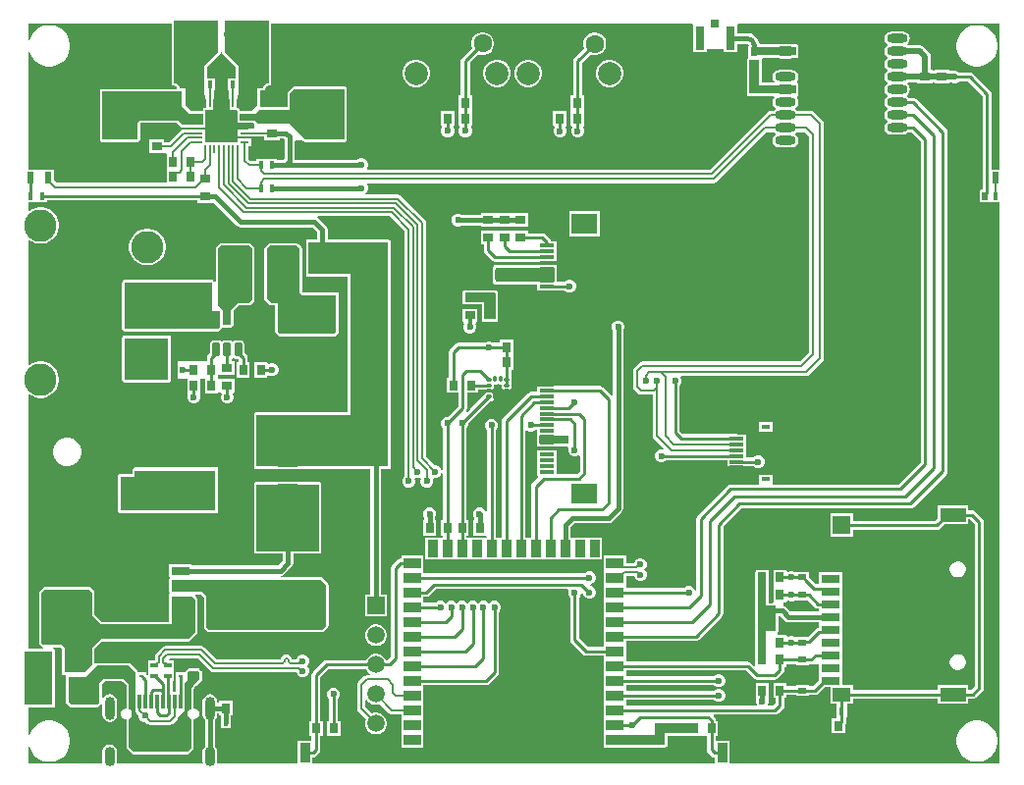
<source format=gtl>
G04*
G04 #@! TF.GenerationSoftware,Altium Limited,Altium Designer,23.1.1 (15)*
G04*
G04 Layer_Physical_Order=1*
G04 Layer_Color=255*
%FSLAX25Y25*%
%MOIN*%
G70*
G04*
G04 #@! TF.SameCoordinates,D44E4BA0-DF0F-404E-B2C4-BA9F40E5660F*
G04*
G04*
G04 #@! TF.FilePolarity,Positive*
G04*
G01*
G75*
%ADD15C,0.01000*%
%ADD16C,0.00600*%
%ADD18C,0.00800*%
%ADD19C,0.00700*%
%ADD33O,0.07087X0.03150*%
%ADD34R,0.02362X0.02126*%
%ADD35R,0.00787X0.03150*%
%ADD36R,0.03150X0.00787*%
%ADD37R,0.10630X0.10630*%
G04:AMPARAMS|DCode=38|XSize=17.72mil|YSize=13.78mil|CornerRadius=2.07mil|HoleSize=0mil|Usage=FLASHONLY|Rotation=0.000|XOffset=0mil|YOffset=0mil|HoleType=Round|Shape=RoundedRectangle|*
%AMROUNDEDRECTD38*
21,1,0.01772,0.00965,0,0,0.0*
21,1,0.01358,0.01378,0,0,0.0*
1,1,0.00413,0.00679,-0.00482*
1,1,0.00413,-0.00679,-0.00482*
1,1,0.00413,-0.00679,0.00482*
1,1,0.00413,0.00679,0.00482*
%
%ADD38ROUNDEDRECTD38*%
G04:AMPARAMS|DCode=39|XSize=17.72mil|YSize=13.78mil|CornerRadius=2.07mil|HoleSize=0mil|Usage=FLASHONLY|Rotation=90.000|XOffset=0mil|YOffset=0mil|HoleType=Round|Shape=RoundedRectangle|*
%AMROUNDEDRECTD39*
21,1,0.01772,0.00965,0,0,90.0*
21,1,0.01358,0.01378,0,0,90.0*
1,1,0.00413,0.00482,0.00679*
1,1,0.00413,0.00482,-0.00679*
1,1,0.00413,-0.00482,-0.00679*
1,1,0.00413,-0.00482,0.00679*
%
%ADD39ROUNDEDRECTD39*%
%ADD40R,0.03150X0.01575*%
%ADD41R,0.04724X0.01181*%
%ADD42R,0.01800X0.02500*%
%ADD43R,0.06299X0.13780*%
%ADD44R,0.03500X0.03000*%
%ADD45R,0.13780X0.09252*%
%ADD46R,0.03000X0.03500*%
%ADD47R,0.03228X0.03622*%
%ADD48R,0.04173X0.07165*%
%ADD49R,0.05512X0.07165*%
%ADD50R,0.03150X0.07874*%
%ADD51R,0.03150X0.03150*%
%ADD52R,0.03150X0.03150*%
%ADD53R,0.06693X0.09843*%
%ADD54R,0.05906X0.02559*%
%ADD55R,0.00945X0.00787*%
%ADD56R,0.01457X0.01063*%
%ADD57R,0.02500X0.01800*%
%ADD58R,0.01181X0.04724*%
%ADD59R,0.02362X0.04724*%
%ADD60R,0.14567X0.14567*%
%ADD61R,0.05906X0.03543*%
%ADD62R,0.03543X0.05906*%
%ADD63R,0.03228X0.06772*%
%ADD64R,0.02598X0.02165*%
%ADD65R,0.05906X0.06299*%
%ADD66R,0.06299X0.02756*%
%ADD67R,0.05906X0.04724*%
%ADD68R,0.08661X0.04724*%
G04:AMPARAMS|DCode=69|XSize=47.24mil|YSize=23.62mil|CornerRadius=2.95mil|HoleSize=0mil|Usage=FLASHONLY|Rotation=270.000|XOffset=0mil|YOffset=0mil|HoleType=Round|Shape=RoundedRectangle|*
%AMROUNDEDRECTD69*
21,1,0.04724,0.01772,0,0,270.0*
21,1,0.04134,0.02362,0,0,270.0*
1,1,0.00591,-0.00886,-0.02067*
1,1,0.00591,-0.00886,0.02067*
1,1,0.00591,0.00886,0.02067*
1,1,0.00591,0.00886,-0.02067*
%
%ADD69ROUNDEDRECTD69*%
%ADD70R,0.07480X0.10236*%
%ADD71R,0.09449X0.11024*%
%ADD72R,0.01968X0.03937*%
%ADD73R,0.08661X0.07087*%
%ADD74R,0.05118X0.01181*%
%ADD135C,0.01500*%
%ADD136C,0.02000*%
%ADD137C,0.01200*%
%ADD138R,0.03200X0.11728*%
%ADD139R,0.15350X0.03150*%
%ADD140R,0.13215X0.00775*%
%ADD141R,0.08289X0.00775*%
%ADD142R,0.09957X0.03150*%
%ADD143R,0.02259X0.02687*%
%ADD144R,0.27124X0.11024*%
%ADD145R,0.13000X0.76478*%
%ADD146R,0.03500X0.07422*%
%ADD147R,0.14750X0.03500*%
%ADD148R,0.44800X0.17787*%
%ADD149R,0.21300X0.22847*%
%ADD150R,0.09554X0.18183*%
%ADD151R,0.19874X0.03543*%
%ADD152R,0.03000X0.31458*%
%ADD153R,0.02598X0.05901*%
%ADD154R,0.06200X0.08600*%
%ADD155R,0.10450X0.03311*%
%ADD156R,0.03854X0.09145*%
%ADD157R,0.20176X0.04900*%
%ADD158R,0.15000X0.14300*%
%ADD159R,0.27350X0.13787*%
%ADD160R,0.32350X0.11700*%
%ADD161O,0.03543X0.06693*%
%ADD162O,0.03543X0.07874*%
%ADD163R,0.05906X0.05906*%
%ADD164C,0.05906*%
%ADD165C,0.07874*%
%ADD166C,0.06299*%
%ADD167R,0.07874X0.07874*%
%ADD168R,0.05906X0.11811*%
%ADD169R,0.11811X0.05906*%
%ADD170C,0.11024*%
%ADD171C,0.02362*%
G36*
X51284Y233357D02*
X51346Y233045D01*
X51523Y232780D01*
X51788Y232603D01*
X52100Y232541D01*
X52325D01*
X52494Y232524D01*
X52839Y232381D01*
X53075Y232146D01*
X53170Y231916D01*
X53049Y231641D01*
X52835Y231440D01*
X52769Y231416D01*
X27800D01*
X27488Y231354D01*
X27223Y231177D01*
X27046Y230912D01*
X26984Y230600D01*
Y214253D01*
X27046Y213941D01*
X27223Y213676D01*
X27488Y213499D01*
X27800Y213437D01*
X39800D01*
X40112Y213499D01*
X40377Y213676D01*
X40554Y213941D01*
X40616Y214253D01*
Y219762D01*
X40787Y219933D01*
X53062D01*
X54382Y218613D01*
X54647Y218436D01*
X54959Y218374D01*
X54959Y218374D01*
X62763D01*
Y219111D01*
X62779Y219190D01*
Y223098D01*
X62763Y223177D01*
Y223835D01*
X62779Y223914D01*
Y224264D01*
X63131D01*
X63210Y224280D01*
X65519D01*
Y225921D01*
X65644Y226108D01*
X65753Y226654D01*
Y230986D01*
X66025D01*
Y235086D01*
X63291D01*
Y238737D01*
X67776Y243222D01*
X67953Y243487D01*
X68015Y243799D01*
X68015Y243799D01*
X68510Y243799D01*
X68572Y243487D01*
X68748Y243222D01*
X68748Y243222D01*
X73233Y238737D01*
Y235086D01*
X70499D01*
Y230986D01*
X70772D01*
Y226654D01*
X70880Y226108D01*
X71005Y225921D01*
Y224280D01*
X73314D01*
X73393Y224264D01*
X73433D01*
X73750Y223843D01*
X73761Y223804D01*
Y223122D01*
X73757Y223098D01*
Y220761D01*
X73761Y220738D01*
Y219949D01*
X74557D01*
X74572Y219946D01*
X78448D01*
X78511Y219933D01*
X79069D01*
X79524Y219479D01*
X79524Y217860D01*
X79029Y217846D01*
X76136D01*
X75590Y217737D01*
X75403Y217612D01*
X73761D01*
Y215224D01*
X75230D01*
X75383Y214883D01*
X75371Y214672D01*
X75148Y214462D01*
X73761D01*
Y213281D01*
X62763D01*
Y217612D01*
X61122D01*
X60934Y217737D01*
X60388Y217846D01*
X55468D01*
X55468Y217846D01*
X54921Y217737D01*
X54458Y217427D01*
X54458Y217427D01*
X50458Y213427D01*
X48850D01*
Y214300D01*
X43750D01*
Y209700D01*
X49401D01*
X49600Y209282D01*
Y204182D01*
Y199460D01*
X12275D01*
X11284Y200450D01*
Y203969D01*
X7858D01*
X7716Y203969D01*
X7359D01*
X7216Y203969D01*
X5879D01*
X5736Y203969D01*
X5379D01*
X5236Y203969D01*
X2600D01*
Y244034D01*
X3100Y244083D01*
X3112Y244021D01*
X3640Y242748D01*
X4406Y241601D01*
X5381Y240626D01*
X6527Y239860D01*
X7801Y239333D01*
X9153Y239064D01*
X10532D01*
X11884Y239333D01*
X13158Y239860D01*
X14304Y240626D01*
X15279Y241601D01*
X16045Y242748D01*
X16573Y244021D01*
X16842Y245374D01*
Y246752D01*
X16573Y248105D01*
X16045Y249378D01*
X15279Y250525D01*
X14304Y251500D01*
X13158Y252266D01*
X11884Y252793D01*
X10532Y253062D01*
X9153D01*
X7801Y252793D01*
X6527Y252266D01*
X5381Y251500D01*
X4406Y250525D01*
X3640Y249378D01*
X3112Y248105D01*
X3100Y248043D01*
X2600Y248092D01*
Y253600D01*
X51284D01*
Y233357D01*
D02*
G37*
G36*
X326671Y229058D02*
Y197253D01*
X326453D01*
X326141Y197191D01*
X325930Y197050D01*
X325653D01*
Y196516D01*
X325637Y196437D01*
Y193750D01*
X325653Y193671D01*
Y192950D01*
X326374D01*
X326453Y192934D01*
X328711D01*
X329053Y192950D01*
X329353D01*
X329353Y192950D01*
X332400D01*
Y2300D01*
X240707D01*
Y10006D01*
X236129D01*
Y11671D01*
X236900D01*
Y16770D01*
X236129D01*
Y16916D01*
X236013Y17501D01*
X235682Y17998D01*
X235350Y18329D01*
X235541Y18791D01*
X256221D01*
X256806Y18907D01*
X257302Y19239D01*
X258981Y20919D01*
X259313Y21415D01*
X259429Y22000D01*
Y24529D01*
X260200D01*
Y25549D01*
X263428D01*
Y25196D01*
X267627D01*
Y25549D01*
X269875D01*
X270460Y25666D01*
X270956Y25997D01*
X273206Y28247D01*
X275177D01*
Y22539D01*
X276961D01*
X277230Y22150D01*
Y18050D01*
X276989Y17650D01*
X275480D01*
Y12550D01*
X280080D01*
Y15521D01*
X280343Y15915D01*
X280459Y16500D01*
Y18050D01*
X280630D01*
Y22150D01*
X280899Y22539D01*
X282683D01*
Y24171D01*
X311595D01*
Y22539D01*
X321856D01*
Y24171D01*
X323280D01*
X323865Y24288D01*
X324361Y24619D01*
X326671Y26930D01*
X327003Y27426D01*
X327119Y28011D01*
Y84294D01*
X327003Y84879D01*
X326671Y85375D01*
X324240Y87806D01*
X323744Y88137D01*
X323159Y88254D01*
X321856D01*
Y89887D01*
X311595D01*
Y85725D01*
X310580Y84711D01*
X282683D01*
Y87131D01*
X275177D01*
Y79232D01*
X282683D01*
Y81652D01*
X311213D01*
X311799Y81768D01*
X312295Y82100D01*
X313757Y83562D01*
X321856D01*
Y85195D01*
X322526D01*
X324060Y83660D01*
Y28645D01*
X322646Y27230D01*
X321856D01*
Y28863D01*
X311595D01*
Y27230D01*
X282683D01*
Y28863D01*
X278943D01*
Y32578D01*
Y36909D01*
Y41239D01*
Y45570D01*
Y49901D01*
Y54232D01*
Y58562D01*
Y62893D01*
Y67249D01*
X271043D01*
Y63125D01*
X270030D01*
X267753Y65402D01*
X267740Y65467D01*
X267627Y65636D01*
Y67347D01*
X263428D01*
Y67347D01*
X262949Y67314D01*
X262148Y67646D01*
X261280D01*
X260700Y67405D01*
X260200Y67689D01*
Y68015D01*
X255600D01*
Y62915D01*
X255600Y62915D01*
Y62902D01*
X255600D01*
X255600Y62415D01*
Y57006D01*
X255228Y56697D01*
X254216D01*
Y67215D01*
X254200Y67293D01*
Y68015D01*
X253479D01*
X253400Y68030D01*
X250400D01*
X250321Y68015D01*
X249600D01*
Y67293D01*
X249584Y67215D01*
Y55881D01*
Y47281D01*
Y35757D01*
X249600Y35678D01*
Y35548D01*
X249100Y35341D01*
X248039Y36402D01*
X247543Y36733D01*
X246957Y36850D01*
X205682D01*
Y43791D01*
X229286D01*
X229872Y43907D01*
X230368Y44239D01*
X238232Y52104D01*
X238564Y52600D01*
X238680Y53185D01*
Y82763D01*
X244855Y88938D01*
X302215D01*
X302800Y89055D01*
X303296Y89386D01*
X314314Y100404D01*
X314646Y100900D01*
X314762Y101485D01*
Y216736D01*
X314646Y217321D01*
X314314Y217817D01*
X304176Y227955D01*
X303680Y228287D01*
X303094Y228403D01*
X301488D01*
X301366Y228586D01*
X301062Y228789D01*
Y229289D01*
X301366Y229492D01*
X301891Y230278D01*
X302075Y231204D01*
X301891Y232131D01*
X301366Y232916D01*
X301247Y232996D01*
X301399Y233496D01*
X304550D01*
Y233235D01*
X309650D01*
Y233496D01*
X310350D01*
Y233235D01*
X315450D01*
Y233496D01*
X316323D01*
X316666Y233354D01*
X317534D01*
X318336Y233686D01*
X318655Y234006D01*
X321724D01*
X326671Y229058D01*
D02*
G37*
G36*
X84424Y233357D02*
X84159D01*
X83830Y233324D01*
X83223Y233073D01*
X82758Y232608D01*
X82507Y232001D01*
X82474Y231672D01*
X80524D01*
Y225900D01*
X78551Y223927D01*
X78488Y223914D01*
X74572D01*
X74561Y223923D01*
Y224784D01*
X74266Y225079D01*
X73393D01*
Y225921D01*
X73518Y226108D01*
X73627Y226654D01*
Y229046D01*
X74049Y229468D01*
Y239075D01*
X69325Y243799D01*
Y254500D01*
X84424D01*
Y233357D01*
D02*
G37*
G36*
X67199Y243799D02*
X62475Y239075D01*
Y229468D01*
X62898Y229046D01*
Y226654D01*
X63006Y226108D01*
X63131Y225921D01*
Y225079D01*
X62258D01*
X61963Y224784D01*
Y223914D01*
X58037D01*
X57973Y223927D01*
X56000Y225900D01*
Y231672D01*
X54050D01*
X54018Y232001D01*
X53766Y232608D01*
X53301Y233073D01*
X52694Y233324D01*
X52365Y233357D01*
X52100D01*
Y254500D01*
X67199D01*
Y243799D01*
D02*
G37*
G36*
X110100Y214253D02*
X96872D01*
X91482Y219642D01*
X80857D01*
X79751Y220749D01*
X78511D01*
Y220761D01*
X74572D01*
Y223098D01*
X78511D01*
Y223098D01*
X78551Y223111D01*
X79711D01*
X81000Y224400D01*
X91540D01*
Y229840D01*
X93100Y231400D01*
X110100D01*
Y214253D01*
D02*
G37*
G36*
X54900Y225500D02*
X57289Y223111D01*
X57973D01*
X58013Y223098D01*
Y223098D01*
X61963D01*
Y219190D01*
X54959D01*
X53400Y220749D01*
X40449D01*
X39800Y220100D01*
Y214253D01*
X27800D01*
Y230600D01*
X54900D01*
Y225500D01*
D02*
G37*
G36*
X228389Y253264D02*
Y243790D01*
X233139D01*
Y244984D01*
X238625D01*
Y243790D01*
X243375D01*
Y246743D01*
X246887D01*
X246931Y246751D01*
X247132Y246668D01*
X247306Y246145D01*
X247265Y246083D01*
X247203Y245771D01*
Y242622D01*
X247219Y242543D01*
Y242065D01*
X247023Y241935D01*
X246846Y241670D01*
X246784Y241358D01*
Y229630D01*
X246846Y229317D01*
X247023Y229053D01*
X247288Y228876D01*
X247600Y228814D01*
X255670D01*
X255937Y228314D01*
X255594Y227800D01*
X255410Y226874D01*
X255594Y225947D01*
X256119Y225162D01*
X256423Y224958D01*
Y224458D01*
X256119Y224255D01*
X255929Y223970D01*
X254679D01*
X254133Y223862D01*
X253670Y223552D01*
X253670Y223552D01*
X234063Y203945D01*
X117851D01*
X117669Y204445D01*
X117981Y205199D01*
Y206066D01*
X117649Y206868D01*
X117035Y207481D01*
X116234Y207813D01*
X115366D01*
X114565Y207481D01*
X114500Y207417D01*
X93266D01*
Y213552D01*
X93366Y214011D01*
X95822D01*
X95822Y214011D01*
Y214011D01*
X96210Y213761D01*
X96295Y213676D01*
X96560Y213499D01*
X96872Y213437D01*
X96872Y213437D01*
X110100D01*
X110412Y213499D01*
X110677Y213676D01*
X110854Y213941D01*
X110916Y214253D01*
Y231400D01*
X110854Y231712D01*
X110677Y231977D01*
X110412Y232154D01*
X110100Y232216D01*
X93100D01*
X92788Y232154D01*
X92523Y231977D01*
X92523Y231977D01*
X90963Y230416D01*
X90786Y230152D01*
X90724Y229840D01*
X90724Y229840D01*
Y225216D01*
X81631D01*
X81518Y225335D01*
X81303Y225716D01*
X81340Y225900D01*
X81340Y225900D01*
Y230856D01*
X82474D01*
X82592Y230880D01*
X82711Y230891D01*
X82747Y230910D01*
X82787Y230918D01*
X82886Y230985D01*
X82992Y231041D01*
X83017Y231073D01*
X83051Y231095D01*
X83118Y231195D01*
X83194Y231287D01*
X83205Y231326D01*
X83228Y231360D01*
X83251Y231477D01*
X83286Y231592D01*
X83307Y231800D01*
X83450Y232146D01*
X83685Y232381D01*
X84031Y232524D01*
X84199Y232541D01*
X84424D01*
X84737Y232603D01*
X85001Y232780D01*
X85178Y233045D01*
X85240Y233357D01*
Y253600D01*
X228028D01*
X228389Y253264D01*
D02*
G37*
G36*
X82850Y214118D02*
X87950D01*
Y214634D01*
X89498D01*
X89698Y214434D01*
Y207853D01*
X89261Y207417D01*
X87100D01*
Y207682D01*
X83900D01*
X83700Y207682D01*
Y207682D01*
X83400D01*
Y207682D01*
X80000D01*
Y207060D01*
X78204D01*
X77564Y207700D01*
Y212075D01*
X78511D01*
Y214462D01*
X77341D01*
X77320Y214491D01*
X77571Y214991D01*
X82850D01*
Y214118D01*
D02*
G37*
G36*
X332400Y203969D02*
X329730D01*
Y229692D01*
X329614Y230277D01*
X329282Y230773D01*
X323439Y236616D01*
X322942Y236948D01*
X322357Y237065D01*
X318655D01*
X318336Y237384D01*
X317534Y237716D01*
X316666D01*
X316323Y237574D01*
X315450D01*
Y237835D01*
X310350D01*
Y237574D01*
X309650D01*
Y237835D01*
X309139D01*
Y242446D01*
X308984Y243227D01*
X308542Y243888D01*
X306792Y245638D01*
X306130Y246080D01*
X305350Y246236D01*
X301399D01*
X301247Y246736D01*
X301366Y246815D01*
X301891Y247601D01*
X302075Y248527D01*
X301891Y249454D01*
X301366Y250239D01*
X300581Y250764D01*
X299654Y250949D01*
X295717D01*
X294790Y250764D01*
X294005Y250239D01*
X293480Y249454D01*
X293296Y248527D01*
X293480Y247601D01*
X294005Y246815D01*
X294309Y246612D01*
Y246112D01*
X294005Y245909D01*
X293480Y245123D01*
X293296Y244197D01*
X293480Y243270D01*
X294005Y242484D01*
X294309Y242281D01*
Y241781D01*
X294005Y241578D01*
X293480Y240792D01*
X293296Y239866D01*
X293480Y238939D01*
X294005Y238154D01*
X294309Y237950D01*
Y237450D01*
X294005Y237247D01*
X293480Y236462D01*
X293296Y235535D01*
X293480Y234609D01*
X294005Y233823D01*
X294309Y233620D01*
Y233120D01*
X294005Y232916D01*
X293480Y232131D01*
X293296Y231204D01*
X293480Y230278D01*
X294005Y229492D01*
X294309Y229289D01*
Y228789D01*
X294005Y228586D01*
X293480Y227800D01*
X293296Y226874D01*
X293480Y225947D01*
X294005Y225162D01*
X294309Y224958D01*
Y224458D01*
X294005Y224255D01*
X293480Y223470D01*
X293296Y222543D01*
X293480Y221616D01*
X294005Y220831D01*
X294309Y220628D01*
Y220128D01*
X294005Y219924D01*
X293480Y219139D01*
X293296Y218212D01*
X293480Y217286D01*
X294005Y216500D01*
X294790Y215975D01*
X295717Y215791D01*
X299654D01*
X300581Y215975D01*
X301366Y216500D01*
X301488Y216683D01*
X302460D01*
X305624Y213519D01*
Y104637D01*
X297974Y96988D01*
X255831D01*
X255446Y97263D01*
X255446Y97488D01*
Y100438D01*
X250696D01*
Y97488D01*
X250696Y97263D01*
X250310Y96988D01*
X241082D01*
X240496Y96871D01*
X240000Y96540D01*
X229990Y86529D01*
X229658Y86033D01*
X229542Y85448D01*
Y61139D01*
X229042Y61039D01*
X228828Y61556D01*
X228214Y62169D01*
X227413Y62502D01*
X226545D01*
X225743Y62169D01*
X225424Y61850D01*
X205682D01*
Y65884D01*
X208417D01*
X208696Y65210D01*
X209309Y64597D01*
X210111Y64265D01*
X210979D01*
X211780Y64597D01*
X212394Y65210D01*
X212726Y66012D01*
Y66880D01*
X212394Y67681D01*
X211903Y68172D01*
X212346Y68615D01*
X212678Y69417D01*
Y70284D01*
X212346Y71086D01*
X211732Y71700D01*
X210930Y72032D01*
X210063D01*
X209261Y71700D01*
X208647Y71086D01*
X208315Y70284D01*
Y70135D01*
X205682D01*
Y72892D01*
X198177D01*
Y67749D01*
Y62749D01*
Y57749D01*
Y52749D01*
Y47749D01*
Y41850D01*
X192717D01*
X189718Y44848D01*
Y58765D01*
X190038Y59085D01*
X190348Y59832D01*
X190441Y59915D01*
X190870Y60084D01*
X191008Y59992D01*
Y59887D01*
X191340Y59085D01*
X191954Y58471D01*
X192755Y58139D01*
X193623D01*
X194424Y58471D01*
X195038Y59085D01*
X195370Y59887D01*
Y60754D01*
X195038Y61556D01*
X194424Y62169D01*
X193623Y62502D01*
X193517D01*
X193425Y62639D01*
X193595Y63068D01*
X193677Y63162D01*
X194424Y63471D01*
X195038Y64085D01*
X195370Y64887D01*
Y65754D01*
X195038Y66556D01*
X194424Y67169D01*
X193623Y67502D01*
X192755D01*
X191954Y67169D01*
X191634Y66850D01*
X136784D01*
Y72892D01*
X129279D01*
Y71850D01*
X128937D01*
X128352Y71733D01*
X127856Y71402D01*
X126273Y69819D01*
X125941Y69323D01*
X125825Y68737D01*
Y38541D01*
X124633Y37350D01*
X124035D01*
X123623Y38063D01*
X122943Y38743D01*
X122110Y39224D01*
X121181Y39473D01*
X120219D01*
X119290Y39224D01*
X118457Y38743D01*
X117777Y38063D01*
X117365Y37350D01*
X103949D01*
X103363Y37233D01*
X102867Y36902D01*
X99279Y33314D01*
X98948Y32818D01*
X98831Y32232D01*
Y16770D01*
X98061D01*
Y11671D01*
X98831D01*
Y10006D01*
X94254D01*
Y2300D01*
X67167D01*
X66850Y2686D01*
X66927Y3075D01*
Y6225D01*
X66735Y7189D01*
X66191Y8003D01*
Y17163D01*
X66735Y17977D01*
X66927Y18941D01*
Y19322D01*
X67500D01*
Y18556D01*
X68016D01*
Y16385D01*
X68100Y15961D01*
Y14335D01*
X71500D01*
Y15961D01*
X71584Y16385D01*
Y18556D01*
X72100D01*
Y23656D01*
X67500D01*
Y22891D01*
X66927D01*
Y23272D01*
X66735Y24236D01*
X66189Y25054D01*
X65372Y25600D01*
X64407Y25792D01*
X63443Y25600D01*
X62625Y25054D01*
X62079Y24236D01*
X61887Y23272D01*
Y18941D01*
X62079Y17977D01*
X62623Y17163D01*
Y8003D01*
X62079Y7189D01*
X61887Y6225D01*
Y3075D01*
X61964Y2686D01*
X61647Y2300D01*
X33112D01*
X32795Y2686D01*
X32872Y3075D01*
Y6225D01*
X32680Y7189D01*
X32134Y8006D01*
X31316Y8553D01*
X30352Y8745D01*
X29388Y8553D01*
X28570Y8006D01*
X28024Y7189D01*
X27832Y6225D01*
Y3075D01*
X27909Y2686D01*
X27592Y2300D01*
X2600D01*
Y7813D01*
X3100Y7863D01*
X3112Y7801D01*
X3640Y6527D01*
X4406Y5381D01*
X5381Y4406D01*
X6527Y3640D01*
X7801Y3112D01*
X9153Y2843D01*
X10532D01*
X11884Y3112D01*
X13158Y3640D01*
X14304Y4406D01*
X15279Y5381D01*
X16045Y6527D01*
X16573Y7801D01*
X16842Y9153D01*
Y10532D01*
X16573Y11884D01*
X16045Y13158D01*
X15279Y14304D01*
X14304Y15279D01*
X13158Y16045D01*
X11884Y16573D01*
X10532Y16842D01*
X9153D01*
X7801Y16573D01*
X6527Y16045D01*
X5381Y15279D01*
X4406Y14304D01*
X3640Y13158D01*
X3112Y11884D01*
X3100Y11822D01*
X2600Y11872D01*
Y21384D01*
X11033D01*
X11346Y21446D01*
X11610Y21623D01*
X11787Y21888D01*
X11849Y22200D01*
Y40383D01*
X11787Y40695D01*
X11610Y40959D01*
X11346Y41136D01*
X11104Y41184D01*
X11153Y41684D01*
X13662D01*
X14183Y41164D01*
Y33217D01*
X14198Y33138D01*
Y32417D01*
X14920D01*
X14998Y32402D01*
X15529D01*
Y31861D01*
X15514Y31783D01*
Y23171D01*
X15514Y23171D01*
X15576Y22859D01*
X15752Y22594D01*
X15752Y22594D01*
X16723Y21623D01*
X16988Y21446D01*
X17300Y21384D01*
X17300Y21384D01*
X26000D01*
X26000Y21384D01*
X26312Y21446D01*
X26577Y21623D01*
X26577Y21623D01*
X27332Y22378D01*
X27832Y22174D01*
Y18941D01*
X28024Y17977D01*
X28570Y17159D01*
X29388Y16613D01*
X30352Y16421D01*
X31316Y16613D01*
X32134Y17159D01*
X32680Y17977D01*
X32872Y18941D01*
Y23272D01*
X32680Y24236D01*
X32134Y25054D01*
X31316Y25600D01*
X30352Y25792D01*
X29388Y25600D01*
X28570Y25054D01*
X28216Y24523D01*
X27716Y24675D01*
Y29262D01*
X28719Y30265D01*
X29079D01*
X29143Y30278D01*
X31561D01*
X31624Y30265D01*
X34578Y30265D01*
X34924Y29919D01*
X34929Y29917D01*
X35934Y28912D01*
Y26513D01*
X35947Y26449D01*
Y21058D01*
X35620D01*
X34914Y20766D01*
X34374Y20226D01*
X34081Y19520D01*
Y18756D01*
X34374Y18050D01*
X34914Y17510D01*
X35620Y17217D01*
X35934D01*
Y7996D01*
X35934Y7996D01*
X35996Y7684D01*
X36173Y7419D01*
X36173Y7419D01*
X37944Y5648D01*
X38209Y5471D01*
X38521Y5409D01*
X38521Y5409D01*
X56757D01*
X56757Y5409D01*
X57069Y5471D01*
X57333Y5648D01*
X57333Y5648D01*
X58586Y6900D01*
X58763Y7165D01*
X58825Y7477D01*
X58825Y7477D01*
Y17217D01*
X59140D01*
X59845Y17510D01*
X60386Y18050D01*
X60678Y18756D01*
Y19520D01*
X60386Y20226D01*
X59845Y20766D01*
X59140Y21058D01*
X58812D01*
Y26449D01*
X58825Y26513D01*
Y27616D01*
X59075Y27866D01*
X59252Y28131D01*
X59302Y28250D01*
X59686Y28634D01*
X59805Y28684D01*
X60069Y28861D01*
X61477Y30268D01*
X61654Y30533D01*
X61716Y30845D01*
X61716Y30845D01*
Y33142D01*
X61654Y33454D01*
X61477Y33719D01*
X61477Y33719D01*
X60919Y34277D01*
X60919Y34277D01*
X60654Y34454D01*
X60342Y34516D01*
X60342Y34516D01*
X57419D01*
X57419Y34516D01*
X57107Y34454D01*
X56842Y34277D01*
X56842Y34277D01*
X56298Y33733D01*
X56137Y33491D01*
X55809Y33143D01*
X55584Y33132D01*
X54976D01*
X54855Y33213D01*
X54269Y33329D01*
X53684Y33213D01*
X53562Y33132D01*
X52741D01*
Y31805D01*
X52740Y31800D01*
Y26513D01*
X51771D01*
Y30150D01*
X52050D01*
Y33350D01*
X52050Y33850D01*
X52050Y34050D01*
Y37250D01*
X50793D01*
X50528Y37750D01*
X50636Y37910D01*
X60316D01*
X64544Y33682D01*
X64974Y33394D01*
X65481Y33293D01*
X93623D01*
X93951Y32502D01*
X94564Y31889D01*
X95366Y31557D01*
X96234D01*
X97035Y31889D01*
X97649Y32502D01*
X97981Y33304D01*
Y34172D01*
X97649Y34973D01*
X97203Y35419D01*
X97649Y35864D01*
X97981Y36666D01*
Y37534D01*
X97649Y38335D01*
X97035Y38949D01*
X96234Y39281D01*
X95366D01*
X94564Y38949D01*
X93951Y38335D01*
X93623Y37544D01*
X92354D01*
X92240Y38119D01*
X91798Y38781D01*
X91136Y39223D01*
X90356Y39378D01*
X89575Y39223D01*
X88914Y38781D01*
X88472Y38119D01*
X88357Y37544D01*
X66693D01*
X62464Y41773D01*
X62034Y42060D01*
X61527Y42161D01*
X49115D01*
X48608Y42060D01*
X48178Y41773D01*
X45999Y39594D01*
X45712Y39164D01*
X45611Y38657D01*
Y37384D01*
X45565Y37375D01*
X45379Y37250D01*
X43422D01*
Y34050D01*
X43422Y33550D01*
X43422Y33350D01*
Y32471D01*
X42961Y32280D01*
X42609Y32631D01*
Y33132D01*
X41969D01*
X41894Y33182D01*
X41309Y33298D01*
X40723Y33182D01*
X40649Y33132D01*
X40360D01*
X39928Y33316D01*
X39865Y33628D01*
X39689Y33893D01*
X39689Y33893D01*
X37454Y36127D01*
X37454Y36127D01*
X37190Y36304D01*
X36878Y36366D01*
X36878Y36366D01*
X26250D01*
X26250Y36366D01*
X25938Y36304D01*
X25716Y36155D01*
X25549Y36195D01*
X25216Y36376D01*
Y41164D01*
X27836Y43784D01*
X57200D01*
X57200Y43784D01*
X57512Y43846D01*
X57777Y44023D01*
X57777Y44023D01*
X59877Y46123D01*
X60054Y46388D01*
X60116Y46700D01*
X60116Y46700D01*
Y58000D01*
X60054Y58312D01*
X59877Y58577D01*
X59877Y58577D01*
X59269Y59184D01*
X59476Y59684D01*
X61362D01*
X62284Y58762D01*
Y48600D01*
X62346Y48288D01*
X62523Y48023D01*
X62523Y48023D01*
X63423Y47123D01*
X63688Y46946D01*
X64000Y46884D01*
X64000Y46884D01*
X102400D01*
X102400Y46884D01*
X102712Y46946D01*
X102977Y47123D01*
X104377Y48523D01*
X104554Y48788D01*
X104616Y49100D01*
X104616Y49100D01*
Y62900D01*
X104554Y63212D01*
X104377Y63477D01*
X104377Y63477D01*
X102577Y65277D01*
X102312Y65454D01*
X102000Y65516D01*
X102000Y65516D01*
X88533D01*
X88483Y66016D01*
X88996Y66118D01*
X89575Y66505D01*
X92162Y69091D01*
X92549Y69670D01*
X92684Y70353D01*
X92684Y70353D01*
Y73458D01*
X101400D01*
X101712Y73520D01*
X101977Y73697D01*
X102154Y73962D01*
X102216Y74274D01*
Y97121D01*
X102154Y97433D01*
X101977Y97698D01*
X101712Y97875D01*
X101400Y97937D01*
X80100D01*
X79788Y97875D01*
X79523Y97698D01*
X79346Y97433D01*
X79284Y97121D01*
Y74274D01*
X79346Y73962D01*
X79523Y73697D01*
X79788Y73520D01*
X80100Y73458D01*
X89116D01*
Y71092D01*
X87574Y69550D01*
X58083D01*
Y69846D01*
X50578D01*
Y65714D01*
X50578Y65687D01*
X50636Y65589D01*
X50728Y65298D01*
X50578Y64846D01*
X50578D01*
Y60687D01*
X50578D01*
X50584Y60500D01*
X50589Y60478D01*
X50604Y60195D01*
X50578Y59846D01*
X50578Y59846D01*
X50578Y59846D01*
Y59124D01*
X50562Y59046D01*
Y54250D01*
X50550D01*
Y50416D01*
X27838Y50416D01*
X25216Y53038D01*
X25216Y60300D01*
X25154Y60612D01*
X24977Y60877D01*
X24977Y60877D01*
X23877Y61977D01*
X23612Y62154D01*
X23300Y62216D01*
X23300Y62216D01*
X8300D01*
X7988Y62154D01*
X7723Y61977D01*
X7723Y61977D01*
X6623Y60877D01*
X6446Y60612D01*
X6384Y60300D01*
X6384Y60300D01*
Y43200D01*
X6384Y43200D01*
X6446Y42888D01*
X6623Y42623D01*
X7323Y41923D01*
X7588Y41746D01*
X7829Y41698D01*
X7780Y41198D01*
X2600D01*
Y127477D01*
X3100Y127701D01*
X3948Y127135D01*
X5078Y126666D01*
X6278Y126428D01*
X7502D01*
X8702Y126666D01*
X9832Y127135D01*
X10850Y127814D01*
X11715Y128680D01*
X12395Y129697D01*
X12863Y130827D01*
X13102Y132028D01*
Y133251D01*
X12863Y134451D01*
X12395Y135582D01*
X11715Y136599D01*
X10850Y137464D01*
X9832Y138144D01*
X8702Y138612D01*
X7502Y138851D01*
X6278D01*
X5078Y138612D01*
X3948Y138144D01*
X3100Y137578D01*
X2600Y137802D01*
Y179839D01*
X3100Y180063D01*
X3948Y179497D01*
X5078Y179028D01*
X6278Y178790D01*
X7502D01*
X8702Y179028D01*
X9832Y179497D01*
X10850Y180176D01*
X11715Y181042D01*
X12395Y182059D01*
X12863Y183190D01*
X13102Y184390D01*
Y185613D01*
X12863Y186813D01*
X12395Y187944D01*
X11715Y188961D01*
X10850Y189827D01*
X9832Y190506D01*
X8702Y190975D01*
X7502Y191213D01*
X6278D01*
X5078Y190975D01*
X3948Y190506D01*
X3100Y189940D01*
X2600Y190164D01*
Y192950D01*
X5294D01*
Y192950D01*
X5595D01*
Y192950D01*
X8995D01*
Y193471D01*
X60200D01*
Y192732D01*
X65300D01*
Y192732D01*
X65594Y192854D01*
X73471Y184976D01*
X74050Y184589D01*
X74733Y184453D01*
X74733Y184453D01*
X99161D01*
X100716Y182899D01*
Y180320D01*
X97776D01*
X97697Y180305D01*
X96976D01*
Y179584D01*
X96960Y179505D01*
Y168481D01*
X96976Y168402D01*
Y167681D01*
X97697D01*
X97776Y167665D01*
X111084D01*
Y121629D01*
X80100D01*
X79788Y121567D01*
X79523Y121390D01*
X79346Y121125D01*
X79284Y120813D01*
Y103027D01*
X79346Y102715D01*
X79523Y102450D01*
X79788Y102273D01*
X80100Y102211D01*
X118916D01*
Y59473D01*
X117047D01*
Y52168D01*
X124353D01*
Y59473D01*
X122484D01*
Y102211D01*
X124900D01*
X125212Y102273D01*
X125477Y102450D01*
X125654Y102715D01*
X125716Y103027D01*
Y179505D01*
X125654Y179817D01*
X125477Y180081D01*
X125212Y180258D01*
X124900Y180320D01*
X104284D01*
Y183638D01*
X104149Y184320D01*
X103762Y184899D01*
X103762Y184899D01*
X101162Y187499D01*
X100878Y187689D01*
X101030Y188189D01*
X125350D01*
X130382Y183157D01*
Y99835D01*
X129960Y99414D01*
X129628Y98612D01*
Y97745D01*
X129960Y96943D01*
X130574Y96329D01*
X131375Y95997D01*
X132243D01*
X133045Y96329D01*
X133658Y96943D01*
X133990Y97745D01*
Y98612D01*
X133877Y98886D01*
X134260Y99269D01*
X134375Y99221D01*
X135243D01*
X135635Y99383D01*
X136018Y99000D01*
X135857Y98612D01*
Y97745D01*
X136189Y96943D01*
X136802Y96329D01*
X137604Y95997D01*
X138472D01*
X139273Y96329D01*
X139887Y96943D01*
X140219Y97745D01*
Y98612D01*
X140150Y98778D01*
X140236Y98938D01*
X140508Y99221D01*
X141255D01*
X142057Y99553D01*
X142670Y100166D01*
X142931Y100797D01*
X143431Y100697D01*
Y84870D01*
X142661D01*
Y79770D01*
X143431D01*
Y78995D01*
X137389D01*
Y71489D01*
X197532D01*
Y78995D01*
X186745D01*
Y82615D01*
X188006Y83876D01*
X199661D01*
X200343Y84012D01*
X200922Y84399D01*
X204200Y87677D01*
X204587Y88255D01*
X204722Y88938D01*
Y149300D01*
X204787Y149364D01*
X205119Y150166D01*
Y151034D01*
X204787Y151836D01*
X204174Y152449D01*
X203372Y152781D01*
X202504D01*
X201703Y152449D01*
X201089Y151836D01*
X200757Y151034D01*
Y150166D01*
X201089Y149364D01*
X201154Y149300D01*
Y127382D01*
X200654Y127175D01*
X197774Y130055D01*
X197278Y130386D01*
X196693Y130503D01*
X178802D01*
X178217Y130386D01*
X178183Y130364D01*
X175443D01*
Y128534D01*
X173354D01*
X172769Y128418D01*
X172273Y128086D01*
X163879Y119693D01*
X163548Y119196D01*
X163431Y118611D01*
Y78995D01*
X161517D01*
Y115607D01*
X161837Y115927D01*
X162169Y116728D01*
Y117596D01*
X161837Y118398D01*
X161223Y119011D01*
X160421Y119343D01*
X159554D01*
X158752Y119011D01*
X158138Y118398D01*
X157806Y117596D01*
Y116728D01*
X158138Y115927D01*
X158458Y115607D01*
Y87896D01*
X157958Y87797D01*
X157768Y88256D01*
X157154Y88870D01*
X156353Y89202D01*
X155485D01*
X154683Y88870D01*
X154070Y88256D01*
X153738Y87454D01*
Y86587D01*
X154070Y85785D01*
X154156Y85699D01*
Y84870D01*
X153661D01*
Y79770D01*
X158010D01*
X158296Y79285D01*
X158215Y79105D01*
X158105Y78995D01*
X151490D01*
Y79770D01*
X152261D01*
Y84870D01*
X151490D01*
Y116289D01*
X151810Y116609D01*
X152142Y117411D01*
Y117863D01*
X154887Y120608D01*
X154887Y120608D01*
X159620Y125340D01*
X159841D01*
X160234Y125419D01*
X160567Y125641D01*
X160790Y125974D01*
X160868Y126367D01*
Y127331D01*
X160790Y127724D01*
X160567Y128057D01*
X160234Y128280D01*
X159841Y128358D01*
X159266D01*
X159162Y128379D01*
X158965D01*
X158861Y128358D01*
X158483D01*
X158090Y128280D01*
X157757Y128057D01*
X157535Y127724D01*
X157499Y127546D01*
X152725Y122771D01*
X152725Y122771D01*
X151675Y121721D01*
X151286Y122040D01*
X151552Y122437D01*
X151668Y123023D01*
Y128236D01*
X155370D01*
Y129257D01*
X159162D01*
X159266Y129278D01*
X159841D01*
X160234Y129356D01*
X160567Y129578D01*
X160790Y129911D01*
X160868Y130304D01*
Y131108D01*
X161672D01*
X162065Y131186D01*
X162174Y131259D01*
X162283Y131186D01*
X162676Y131108D01*
X163480D01*
Y130304D01*
X163558Y129911D01*
X163781Y129578D01*
X164114Y129356D01*
X164507Y129278D01*
X165082D01*
X165186Y129257D01*
X165290Y129278D01*
X165865D01*
X166258Y129356D01*
X166591Y129578D01*
X166813Y129911D01*
X166891Y130304D01*
Y131269D01*
X166813Y131661D01*
X166740Y131771D01*
X166813Y131880D01*
X166891Y132272D01*
Y133237D01*
X166813Y133630D01*
X166715Y133776D01*
Y136036D01*
X167486D01*
Y141050D01*
Y146150D01*
X162886D01*
Y145129D01*
X160717D01*
X160398Y145449D01*
X159596Y145781D01*
X158728D01*
X157927Y145449D01*
X157607Y145129D01*
X148631D01*
X148045Y145013D01*
X147549Y144681D01*
X145988Y143121D01*
X145657Y142624D01*
X145540Y142039D01*
Y133336D01*
X144770D01*
Y128236D01*
X148609D01*
Y123656D01*
X144979Y120026D01*
X144527D01*
X143725Y119694D01*
X143112Y119080D01*
X142780Y118278D01*
Y117411D01*
X143112Y116609D01*
X143431Y116289D01*
Y102106D01*
X142931Y102007D01*
X142670Y102637D01*
X142057Y103251D01*
X141255Y103583D01*
X140659D01*
X137737Y106505D01*
Y185936D01*
X137737Y185936D01*
X137628Y186482D01*
X137319Y186945D01*
X137319Y186945D01*
X129138Y195125D01*
X128675Y195435D01*
X128129Y195544D01*
X128129Y195544D01*
X117403D01*
X117196Y196044D01*
X117649Y196497D01*
X117981Y197299D01*
Y198166D01*
X117673Y198911D01*
X117860Y199411D01*
X235538D01*
X235538Y199410D01*
X236084Y199519D01*
X236547Y199829D01*
X253503Y216785D01*
X255929D01*
X256119Y216500D01*
X256423Y216297D01*
Y215797D01*
X256119Y215594D01*
X255594Y214808D01*
X255410Y213882D01*
X255594Y212955D01*
X256119Y212169D01*
X256905Y211645D01*
X257831Y211460D01*
X261768D01*
X262695Y211645D01*
X263480Y212169D01*
X264005Y212955D01*
X264189Y213882D01*
X264005Y214808D01*
X263480Y215594D01*
X263176Y215797D01*
Y216297D01*
X263480Y216500D01*
X263670Y216785D01*
X266196D01*
X267773Y215209D01*
Y141957D01*
X264635Y138820D01*
X211223D01*
X211223Y138820D01*
X210677Y138711D01*
X210214Y138402D01*
X210214Y138401D01*
X208374Y136561D01*
X208064Y136098D01*
X207956Y135552D01*
X207956Y135552D01*
Y130333D01*
X207956Y130333D01*
X208064Y129786D01*
X208374Y129323D01*
X209706Y127991D01*
X209706Y127991D01*
X210169Y127681D01*
X210716Y127573D01*
X210716Y127573D01*
X214773D01*
Y113638D01*
X214773Y113638D01*
X214881Y113092D01*
X215191Y112629D01*
X218558Y109261D01*
X218275Y108837D01*
X218109Y108906D01*
X217241D01*
X216440Y108574D01*
X215826Y107960D01*
X215494Y107159D01*
Y106291D01*
X215826Y105489D01*
X216440Y104876D01*
X217241Y104544D01*
X218109D01*
X218911Y104876D01*
X219230Y105195D01*
X240066D01*
Y103366D01*
X242653D01*
X242687Y103343D01*
X243272Y103227D01*
X248945D01*
X249265Y102907D01*
X250066Y102575D01*
X250934D01*
X251735Y102907D01*
X252349Y103521D01*
X252681Y104323D01*
Y105190D01*
X252349Y105992D01*
X251735Y106605D01*
X250934Y106937D01*
X250066D01*
X249265Y106605D01*
X248945Y106286D01*
X246391D01*
Y109271D01*
Y114021D01*
X243847D01*
X243814Y114043D01*
X243228Y114160D01*
X224906D01*
X223829Y115236D01*
Y130617D01*
X224149Y130937D01*
X224481Y131738D01*
Y132606D01*
X224177Y133341D01*
X224369Y133841D01*
X266813D01*
X266813Y133841D01*
X267359Y133950D01*
X267822Y134259D01*
X272362Y138800D01*
X272362Y138800D01*
X272672Y139263D01*
X272780Y139809D01*
Y219539D01*
X272780Y219539D01*
X272672Y220085D01*
X272362Y220548D01*
X272362Y220548D01*
X269358Y223552D01*
X268895Y223862D01*
X268349Y223970D01*
X268349Y223970D01*
X263670D01*
X263480Y224255D01*
X263176Y224458D01*
Y224958D01*
X263480Y225162D01*
X264005Y225947D01*
X264189Y226874D01*
X264005Y227800D01*
X263633Y228357D01*
X263648Y228512D01*
X263776Y228931D01*
X263792Y228950D01*
X263946Y229053D01*
X264122Y229317D01*
X264184Y229630D01*
Y231179D01*
X264189Y231204D01*
X264184Y231230D01*
Y232779D01*
X264122Y233091D01*
X263946Y233356D01*
X263792Y233458D01*
X263776Y233477D01*
X263648Y233897D01*
X263633Y234052D01*
X264005Y234609D01*
X264189Y235535D01*
X264005Y236462D01*
X263480Y237247D01*
X262695Y237772D01*
X261768Y237956D01*
X257831D01*
X256905Y237772D01*
X256119Y237247D01*
X255594Y236462D01*
X255410Y235535D01*
X255594Y234609D01*
X255937Y234095D01*
X255670Y233595D01*
X251616D01*
Y241358D01*
X252018Y241806D01*
X257676D01*
X257831Y241775D01*
X261768D01*
X261923Y241806D01*
X263369D01*
X263681Y241868D01*
X263946Y242045D01*
X264122Y242309D01*
X264184Y242622D01*
Y244171D01*
X264189Y244197D01*
X264184Y244222D01*
Y245771D01*
X264122Y246083D01*
X263946Y246348D01*
X263681Y246525D01*
X263369Y246587D01*
X261923D01*
X261768Y246618D01*
X257831D01*
X257676Y246587D01*
X250936D01*
X250845Y247275D01*
X250436Y248263D01*
X249785Y249112D01*
X248936Y249763D01*
X247948Y250173D01*
X246887Y250312D01*
Y250311D01*
X243375D01*
Y253264D01*
X243736Y253600D01*
X332400D01*
Y203969D01*
D02*
G37*
G36*
X175443Y113895D02*
X175428Y113816D01*
Y110666D01*
X175443Y110587D01*
Y109866D01*
X176164D01*
X176243Y109851D01*
X185777D01*
X186111Y109351D01*
X186019Y109127D01*
Y108259D01*
X186351Y107458D01*
X186964Y106844D01*
X187766Y106512D01*
X188634D01*
X189436Y106844D01*
X189568Y106977D01*
X190068Y106770D01*
Y101457D01*
X189204Y100592D01*
X182161D01*
Y103961D01*
Y108710D01*
X175443D01*
Y103961D01*
Y100024D01*
X175795D01*
X175986Y99562D01*
X173879Y97455D01*
X173548Y96959D01*
X173431Y96373D01*
Y78995D01*
X171490D01*
Y115235D01*
X171990Y115442D01*
X172119Y115313D01*
X172920Y114981D01*
X173788D01*
X174590Y115313D01*
X174909Y115633D01*
X175443D01*
Y113895D01*
D02*
G37*
G36*
X263428Y57673D02*
Y57673D01*
X267405D01*
X269750Y55328D01*
X270246Y54997D01*
X270831Y54880D01*
X271043D01*
Y53863D01*
X261470D01*
X259940Y55393D01*
X259361Y55780D01*
X259257Y55801D01*
Y57006D01*
X260200D01*
Y57332D01*
X260700Y57615D01*
X261280Y57375D01*
X262148D01*
X262949Y57707D01*
X263428Y57673D01*
D02*
G37*
G36*
X103800Y62900D02*
Y49100D01*
X102400Y47700D01*
X64000D01*
X63100Y48600D01*
Y59100D01*
X61700Y60500D01*
X51400D01*
Y64700D01*
X102000D01*
X103800Y62900D01*
D02*
G37*
G36*
X259469Y50817D02*
X259469Y50817D01*
X260048Y50430D01*
X260731Y50295D01*
X260731Y50295D01*
X271043D01*
Y48404D01*
X270604Y48316D01*
X270108Y47985D01*
X267423Y45300D01*
X263428D01*
Y45300D01*
X262949Y45266D01*
X262148Y45598D01*
X261280D01*
X260700Y45358D01*
X260200Y45641D01*
Y45967D01*
X257239D01*
Y46797D01*
X257354Y46969D01*
X257416Y47281D01*
Y48409D01*
X257481Y48566D01*
Y49434D01*
X257416Y49591D01*
Y52347D01*
X257939D01*
X259469Y50817D01*
D02*
G37*
G36*
X24400Y60300D02*
X24400Y52700D01*
X27500Y49600D01*
X51378Y49600D01*
Y55708D01*
Y59046D01*
X58254D01*
X59300Y58000D01*
Y46700D01*
X57200Y44600D01*
X27498D01*
X24400Y41502D01*
Y35967D01*
X21650Y33217D01*
X14998D01*
Y41502D01*
X14000Y42500D01*
X7900D01*
X7200Y43200D01*
Y60300D01*
X8300Y61400D01*
X23300D01*
X24400Y60300D01*
D02*
G37*
G36*
X186139Y61071D02*
X186008Y60754D01*
Y59887D01*
X186340Y59085D01*
X186660Y58765D01*
Y44215D01*
X186776Y43630D01*
X187108Y43133D01*
X191002Y39239D01*
X191498Y38908D01*
X192084Y38791D01*
X198177D01*
Y32749D01*
Y27749D01*
Y22749D01*
Y17749D01*
Y12171D01*
X198161Y12092D01*
Y8549D01*
X198177Y8470D01*
Y7749D01*
X198898D01*
X198977Y7733D01*
X218850D01*
X219162Y7795D01*
X219427Y7972D01*
X219459Y8021D01*
X219650D01*
Y8470D01*
X219666Y8549D01*
Y11655D01*
X230100D01*
X230179Y11671D01*
X233071D01*
Y6890D01*
X233187Y6305D01*
X233519Y5808D01*
X234588Y4739D01*
X235084Y4408D01*
X235669Y4291D01*
X235879D01*
Y2300D01*
X99082D01*
Y4291D01*
X99291D01*
X99877Y4408D01*
X100373Y4739D01*
X101442Y5808D01*
X101774Y6305D01*
X101890Y6890D01*
Y11671D01*
X102661D01*
Y16770D01*
X101890D01*
Y31599D01*
X104582Y34291D01*
X117365D01*
X117777Y33578D01*
X118457Y32897D01*
X118762Y32722D01*
X118628Y32222D01*
X117608D01*
X117608Y32222D01*
X117061Y32113D01*
X116598Y31804D01*
X116598Y31804D01*
X114691Y29896D01*
X114381Y29433D01*
X114273Y28887D01*
X114273Y28887D01*
Y20821D01*
X114273Y20821D01*
X114381Y20274D01*
X114691Y19811D01*
X117291Y17211D01*
X117047Y16301D01*
Y15340D01*
X117296Y14411D01*
X117777Y13578D01*
X118457Y12898D01*
X119290Y12417D01*
X120219Y12168D01*
X121181D01*
X122110Y12417D01*
X122943Y12898D01*
X123623Y13578D01*
X124104Y14411D01*
X124353Y15340D01*
Y16301D01*
X124104Y17230D01*
X123623Y18063D01*
X122943Y18743D01*
X122110Y19224D01*
X121181Y19473D01*
X120219D01*
X119310Y19229D01*
X117127Y21412D01*
Y23703D01*
X117627Y23837D01*
X117777Y23578D01*
X118457Y22897D01*
X119290Y22417D01*
X120219Y22168D01*
X121181D01*
X122090Y22411D01*
X125191Y19311D01*
X125191Y19311D01*
X125654Y19002D01*
X126200Y18893D01*
X129279D01*
Y12749D01*
Y7749D01*
X136784D01*
Y12749D01*
Y17749D01*
Y22749D01*
Y28791D01*
X158020D01*
X158606Y28907D01*
X159102Y29239D01*
X162021Y32158D01*
X162352Y32654D01*
X162469Y33239D01*
Y53745D01*
X162788Y54065D01*
X163120Y54866D01*
Y55734D01*
X162788Y56536D01*
X162175Y57149D01*
X161373Y57481D01*
X160505D01*
X159704Y57149D01*
X159416Y56861D01*
X159089Y56537D01*
X158763Y56861D01*
X158475Y57149D01*
X157673Y57481D01*
X156805D01*
X156004Y57149D01*
X155449Y56594D01*
X154875Y57168D01*
X154073Y57500D01*
X153205D01*
X152404Y57168D01*
X151810Y56574D01*
X151235Y57149D01*
X150434Y57481D01*
X149566D01*
X148765Y57149D01*
X148477Y56861D01*
X148150Y56537D01*
X147823Y56861D01*
X147536Y57149D01*
X146734Y57481D01*
X145866D01*
X145064Y57149D01*
X144777Y56861D01*
X144450Y56537D01*
X144123Y56861D01*
X143835Y57149D01*
X143034Y57481D01*
X142166D01*
X141365Y57149D01*
X141045Y56829D01*
X136784D01*
Y58791D01*
X137690D01*
X138275Y58908D01*
X138771Y59239D01*
X141103Y61571D01*
X185805D01*
X186139Y61071D01*
D02*
G37*
G36*
X263428Y35624D02*
X267627D01*
Y35923D01*
X271043D01*
Y32578D01*
Y30410D01*
X269241Y28608D01*
X267627D01*
Y28961D01*
X263428D01*
Y28608D01*
X260200D01*
Y29629D01*
X255600D01*
Y24529D01*
X256371D01*
Y22634D01*
X255587Y21850D01*
X254088D01*
X253826Y22350D01*
X254081Y22966D01*
Y23834D01*
X253949Y24153D01*
X254200Y24529D01*
X254200D01*
Y29629D01*
X249600D01*
Y24529D01*
X249600D01*
X249851Y24153D01*
X249719Y23834D01*
Y22966D01*
X249974Y22350D01*
X249712Y21850D01*
X205682D01*
Y23791D01*
X235537D01*
X235856Y23471D01*
X236658Y23139D01*
X237526D01*
X238327Y23471D01*
X238941Y24085D01*
X239273Y24887D01*
Y25754D01*
X238941Y26556D01*
X238327Y27169D01*
X237526Y27502D01*
X236658D01*
X235856Y27169D01*
X235537Y26850D01*
X205682D01*
Y28791D01*
X235545D01*
X235864Y28471D01*
X236666Y28139D01*
X237534D01*
X238335Y28471D01*
X238949Y29085D01*
X239281Y29887D01*
Y30754D01*
X238949Y31556D01*
X238335Y32169D01*
X237534Y32502D01*
X236666D01*
X235864Y32169D01*
X235545Y31850D01*
X205682D01*
Y33791D01*
X246324D01*
X248897Y31219D01*
X249393Y30887D01*
X249978Y30771D01*
X256161D01*
X256746Y30887D01*
X257242Y31219D01*
X258981Y32958D01*
X259313Y33454D01*
X259429Y34039D01*
Y34957D01*
X260200D01*
Y35978D01*
X263428D01*
Y35624D01*
D02*
G37*
G36*
X39112Y33316D02*
X39112Y29309D01*
Y26513D01*
X39099D01*
Y20188D01*
X39166D01*
X39239Y19822D01*
X39537Y19375D01*
X40183Y18729D01*
Y18061D01*
X40515Y17259D01*
X41129Y16645D01*
X41930Y16313D01*
X42599D01*
X43159Y15753D01*
X43606Y15455D01*
X44133Y15350D01*
X50777D01*
X51303Y15455D01*
X51750Y15753D01*
X53274Y17277D01*
X53274Y17277D01*
X53572Y17724D01*
X53669Y18210D01*
X55647Y20188D01*
X55660D01*
Y22732D01*
X55682Y22765D01*
X55799Y23350D01*
Y29589D01*
X56875Y30666D01*
Y33156D01*
X57419Y33700D01*
X60342D01*
X60900Y33142D01*
Y30845D01*
X59493Y29437D01*
X59224Y29326D01*
X58610Y28712D01*
X58499Y28443D01*
X58009Y27954D01*
Y26513D01*
X57997D01*
Y20901D01*
X57670Y20766D01*
X57129Y20226D01*
X56837Y19520D01*
Y18756D01*
X57129Y18050D01*
X57670Y17510D01*
X58009Y17369D01*
Y7477D01*
X56757Y6225D01*
X38521D01*
X36750Y7996D01*
Y17369D01*
X37089Y17510D01*
X37630Y18050D01*
X37922Y18756D01*
Y19520D01*
X37630Y20226D01*
X37089Y20766D01*
X36762Y20901D01*
Y26513D01*
X36750D01*
Y29250D01*
X34919Y31081D01*
X31624Y31081D01*
Y31094D01*
X29079D01*
Y31081D01*
X28381D01*
X26900Y29600D01*
Y23100D01*
X26000Y22200D01*
X17300D01*
X16329Y23171D01*
Y31783D01*
X22483D01*
X26250Y35550D01*
X36878D01*
X39112Y33316D01*
D02*
G37*
%LPC*%
G36*
X318657Y70928D02*
X317944D01*
X317255Y70744D01*
X316637Y70387D01*
X316133Y69883D01*
X315777Y69266D01*
X315592Y68577D01*
Y67864D01*
X315777Y67175D01*
X316133Y66558D01*
X316637Y66054D01*
X317255Y65697D01*
X317944Y65513D01*
X318657D01*
X319345Y65697D01*
X319963Y66054D01*
X320467Y66558D01*
X320823Y67175D01*
X321008Y67864D01*
Y68577D01*
X320823Y69266D01*
X320467Y69883D01*
X319963Y70387D01*
X319345Y70744D01*
X318657Y70928D01*
D02*
G37*
G36*
Y39432D02*
X317944D01*
X317255Y39248D01*
X316637Y38891D01*
X316133Y38387D01*
X315777Y37770D01*
X315592Y37081D01*
Y36368D01*
X315777Y35679D01*
X316133Y35062D01*
X316637Y34558D01*
X317255Y34201D01*
X317944Y34016D01*
X318657D01*
X319345Y34201D01*
X319963Y34558D01*
X320467Y35062D01*
X320823Y35679D01*
X321008Y36368D01*
Y37081D01*
X320823Y37770D01*
X320467Y38387D01*
X319963Y38891D01*
X319345Y39248D01*
X318657Y39432D01*
D02*
G37*
G36*
X325493Y16842D02*
X324114D01*
X322762Y16573D01*
X321488Y16045D01*
X320341Y15279D01*
X319367Y14304D01*
X318601Y13158D01*
X318073Y11884D01*
X317804Y10532D01*
Y9153D01*
X318073Y7801D01*
X318601Y6527D01*
X319367Y5381D01*
X320341Y4406D01*
X321488Y3640D01*
X322762Y3112D01*
X324114Y2843D01*
X325493D01*
X326845Y3112D01*
X328118Y3640D01*
X329265Y4406D01*
X330240Y5381D01*
X331006Y6527D01*
X331533Y7801D01*
X331802Y9153D01*
Y10532D01*
X331533Y11884D01*
X331006Y13158D01*
X330240Y14304D01*
X329265Y15279D01*
X328118Y16045D01*
X326845Y16573D01*
X325493Y16842D01*
D02*
G37*
G36*
X157469Y250638D02*
X156455D01*
X155476Y250376D01*
X154598Y249869D01*
X153881Y249152D01*
X153375Y248274D01*
X153112Y247295D01*
Y246282D01*
X153362Y245351D01*
X150022Y242011D01*
X149691Y241515D01*
X149574Y240930D01*
Y229238D01*
X148804D01*
Y224138D01*
X148804D01*
Y223938D01*
X148804D01*
Y218838D01*
X149031D01*
X149255Y218355D01*
X148923Y217553D01*
Y216686D01*
X149255Y215884D01*
X149868Y215271D01*
X150670Y214939D01*
X151538D01*
X152339Y215271D01*
X152953Y215884D01*
X153285Y216686D01*
Y217553D01*
X152953Y218355D01*
X153177Y218838D01*
X153404D01*
Y223938D01*
X153404D01*
Y224138D01*
X153404D01*
Y229238D01*
X152633D01*
Y240297D01*
X155525Y243188D01*
X156455Y242939D01*
X157469D01*
X158448Y243201D01*
X159326Y243708D01*
X160042Y244425D01*
X160549Y245302D01*
X160811Y246282D01*
Y247295D01*
X160549Y248274D01*
X160042Y249152D01*
X159326Y249869D01*
X158448Y250376D01*
X157469Y250638D01*
D02*
G37*
G36*
X195577Y250618D02*
X194563D01*
X193584Y250356D01*
X192706Y249849D01*
X191989Y249132D01*
X191483Y248254D01*
X191220Y247275D01*
Y246262D01*
X191470Y245331D01*
X188130Y241992D01*
X187799Y241496D01*
X187682Y240910D01*
Y229219D01*
X186912D01*
Y224119D01*
X186911D01*
Y223919D01*
X186912D01*
Y218819D01*
X187138D01*
X187363Y218336D01*
X187030Y217534D01*
Y216666D01*
X187363Y215864D01*
X187976Y215251D01*
X188778Y214919D01*
X189645D01*
X190447Y215251D01*
X191061Y215864D01*
X191393Y216666D01*
Y217534D01*
X191061Y218336D01*
X191285Y218819D01*
X191512D01*
Y223919D01*
X191512D01*
Y224119D01*
X191512D01*
Y229219D01*
X190741D01*
Y240277D01*
X193632Y243168D01*
X194563Y242919D01*
X195577D01*
X196556Y243181D01*
X197433Y243688D01*
X198150Y244405D01*
X198657Y245283D01*
X198919Y246262D01*
Y247275D01*
X198657Y248254D01*
X198150Y249132D01*
X197433Y249849D01*
X196556Y250356D01*
X195577Y250618D01*
D02*
G37*
G36*
X162494Y241386D02*
X161273D01*
X160093Y241070D01*
X159036Y240459D01*
X158173Y239596D01*
X157562Y238539D01*
X157246Y237359D01*
Y236139D01*
X157562Y234959D01*
X158173Y233902D01*
X159036Y233038D01*
X160093Y232428D01*
X161273Y232112D01*
X162494D01*
X163673Y232428D01*
X164730Y233038D01*
X165594Y233902D01*
X166204Y234959D01*
X166520Y236139D01*
Y237359D01*
X166204Y238539D01*
X165594Y239596D01*
X164730Y240459D01*
X163673Y241070D01*
X162494Y241386D01*
D02*
G37*
G36*
X134934D02*
X133714D01*
X132534Y241070D01*
X131477Y240459D01*
X130614Y239596D01*
X130003Y238539D01*
X129687Y237359D01*
Y236139D01*
X130003Y234959D01*
X130614Y233902D01*
X131477Y233038D01*
X132534Y232428D01*
X133714Y232112D01*
X134934D01*
X136114Y232428D01*
X137171Y233038D01*
X138035Y233902D01*
X138645Y234959D01*
X138961Y236139D01*
Y237359D01*
X138645Y238539D01*
X138035Y239596D01*
X137171Y240459D01*
X136114Y241070D01*
X134934Y241386D01*
D02*
G37*
G36*
X200602Y241366D02*
X199381D01*
X198201Y241050D01*
X197144Y240440D01*
X196281Y239576D01*
X195670Y238519D01*
X195354Y237340D01*
Y236119D01*
X195670Y234939D01*
X196281Y233882D01*
X197144Y233019D01*
X198201Y232408D01*
X199381Y232092D01*
X200602D01*
X201781Y232408D01*
X202838Y233019D01*
X203702Y233882D01*
X204312Y234939D01*
X204628Y236119D01*
Y237340D01*
X204312Y238519D01*
X203702Y239576D01*
X202838Y240440D01*
X201781Y241050D01*
X200602Y241366D01*
D02*
G37*
G36*
X173043D02*
X171822D01*
X170642Y241050D01*
X169585Y240440D01*
X168721Y239576D01*
X168111Y238519D01*
X167795Y237340D01*
Y236119D01*
X168111Y234939D01*
X168721Y233882D01*
X169585Y233019D01*
X170642Y232408D01*
X171822Y232092D01*
X173043D01*
X174222Y232408D01*
X175279Y233019D01*
X176143Y233882D01*
X176753Y234939D01*
X177069Y236119D01*
Y237340D01*
X176753Y238519D01*
X176143Y239576D01*
X175279Y240440D01*
X174222Y241050D01*
X173043Y241366D01*
D02*
G37*
G36*
X147404Y223938D02*
X142804D01*
Y218838D01*
X143031D01*
X143255Y218355D01*
X142922Y217553D01*
Y216686D01*
X143255Y215884D01*
X143868Y215271D01*
X144670Y214939D01*
X145537D01*
X146339Y215271D01*
X146953Y215884D01*
X147285Y216686D01*
Y217553D01*
X146953Y218355D01*
X147177Y218838D01*
X147404D01*
Y223938D01*
D02*
G37*
G36*
X185512Y223919D02*
X180912D01*
Y218819D01*
X181139D01*
X181362Y218336D01*
X181030Y217534D01*
Y216666D01*
X181362Y215864D01*
X181976Y215251D01*
X182778Y214919D01*
X183645D01*
X184447Y215251D01*
X185061Y215864D01*
X185393Y216666D01*
Y217534D01*
X185061Y218336D01*
X185285Y218819D01*
X185512D01*
Y223919D01*
D02*
G37*
G36*
X325493Y253062D02*
X324114D01*
X322762Y252793D01*
X321488Y252266D01*
X320341Y251500D01*
X319367Y250525D01*
X318601Y249378D01*
X318073Y248105D01*
X317804Y246752D01*
Y245374D01*
X318073Y244021D01*
X318601Y242748D01*
X319367Y241601D01*
X320341Y240626D01*
X321488Y239860D01*
X322762Y239333D01*
X324114Y239064D01*
X325493D01*
X326845Y239333D01*
X328119Y239860D01*
X329265Y240626D01*
X330240Y241601D01*
X331006Y242748D01*
X331533Y244021D01*
X331802Y245374D01*
Y246752D01*
X331533Y248105D01*
X331006Y249378D01*
X330240Y250525D01*
X329265Y251500D01*
X328119Y252266D01*
X326845Y252793D01*
X325493Y253062D01*
D02*
G37*
G36*
X161450Y189200D02*
Y189200D01*
X156350D01*
Y188684D01*
X149931D01*
X149866Y188749D01*
X149065Y189081D01*
X148197D01*
X147395Y188749D01*
X146782Y188136D01*
X146450Y187334D01*
Y186466D01*
X146782Y185664D01*
X147395Y185051D01*
X148197Y184719D01*
X149065D01*
X149866Y185051D01*
X149931Y185116D01*
X156350D01*
Y184600D01*
X161450D01*
Y184600D01*
X161750D01*
Y184600D01*
X166850D01*
Y184600D01*
X167200D01*
Y184600D01*
X172300D01*
Y189200D01*
X167335D01*
X167200Y189200D01*
Y189200D01*
X166850D01*
X166850Y189200D01*
X166715Y189200D01*
X161750D01*
Y189200D01*
X161450D01*
D02*
G37*
G36*
X196728Y190009D02*
X186467D01*
Y181323D01*
X196728D01*
Y190009D01*
D02*
G37*
G36*
X93900Y179016D02*
X93900Y179016D01*
X84737D01*
X84737Y179016D01*
X84424Y178954D01*
X84160Y178777D01*
X83060Y177677D01*
X82883Y177412D01*
X82821Y177100D01*
X82821Y177100D01*
Y160299D01*
X82821Y160299D01*
X82883Y159987D01*
X83060Y159722D01*
X83060Y159722D01*
X84665Y158117D01*
X84666Y158117D01*
X84930Y157940D01*
X85242Y157878D01*
X85242Y157878D01*
X86521D01*
Y149106D01*
X86583Y148793D01*
X86760Y148529D01*
X86760Y148529D01*
X87660Y147629D01*
X87924Y147452D01*
X88236Y147390D01*
X88236Y147390D01*
X106430D01*
X106430Y147390D01*
X106742Y147452D01*
X107007Y147629D01*
X107007Y147629D01*
X107801Y148423D01*
X107978Y148688D01*
X108040Y149000D01*
X108040Y149000D01*
Y161395D01*
X108025Y161473D01*
Y162195D01*
X107303D01*
X107225Y162210D01*
X95943D01*
X95616Y162538D01*
Y177300D01*
X95554Y177612D01*
X95377Y177877D01*
X95377Y177877D01*
X94477Y178777D01*
X94212Y178954D01*
X93900Y179016D01*
D02*
G37*
G36*
X161450Y183200D02*
Y183200D01*
X156350D01*
Y178600D01*
X157371D01*
Y176473D01*
X157487Y175888D01*
X157819Y175392D01*
X160043Y173167D01*
X160539Y172836D01*
X161124Y172719D01*
X178802D01*
X179388Y172836D01*
X179421Y172858D01*
X182161D01*
Y174827D01*
Y179576D01*
X180250D01*
X180169Y179985D01*
X179837Y180481D01*
X178337Y181981D01*
X177841Y182313D01*
X177256Y182429D01*
X172300D01*
Y183200D01*
X167335D01*
X167200Y183200D01*
Y183200D01*
X166850D01*
X166850Y183200D01*
X166715Y183200D01*
X161750D01*
Y183200D01*
X161450D01*
D02*
G37*
G36*
X43722Y183930D02*
X42498D01*
X41298Y183691D01*
X40168Y183223D01*
X39151Y182543D01*
X38285Y181678D01*
X37606Y180660D01*
X37137Y179530D01*
X36898Y178330D01*
Y177106D01*
X37137Y175906D01*
X37606Y174776D01*
X38285Y173758D01*
X39151Y172893D01*
X40168Y172213D01*
X41298Y171745D01*
X42498Y171506D01*
X43722D01*
X44922Y171745D01*
X46053Y172213D01*
X47070Y172893D01*
X47935Y173758D01*
X48615Y174776D01*
X49083Y175906D01*
X49322Y177106D01*
Y178330D01*
X49083Y179530D01*
X48615Y180660D01*
X47935Y181678D01*
X47070Y182543D01*
X46053Y183223D01*
X44922Y183691D01*
X43722Y183930D01*
D02*
G37*
G36*
X68200Y179016D02*
X67888Y178954D01*
X67623Y178777D01*
X67623Y178777D01*
X66531Y177685D01*
X66531Y177685D01*
X66355Y177420D01*
X66293Y177108D01*
X66293Y177108D01*
X66293Y165883D01*
X65793Y165834D01*
X65754Y166030D01*
X65577Y166295D01*
X65312Y166472D01*
X65000Y166534D01*
X35400D01*
X35088Y166472D01*
X34823Y166295D01*
X34646Y166030D01*
X34584Y165718D01*
Y149908D01*
X34646Y149596D01*
X34823Y149331D01*
X35088Y149155D01*
X35400Y149093D01*
X67108D01*
X67108Y149093D01*
X67420Y149155D01*
X67685Y149331D01*
X67685Y149331D01*
X68258Y149904D01*
X68258Y149904D01*
X68359Y150056D01*
X68447Y150176D01*
X68777Y150378D01*
X69089Y150316D01*
X69089Y150316D01*
X71301D01*
X71301Y150316D01*
X71613Y150378D01*
X71877Y150555D01*
X71877Y150555D01*
X72159Y150837D01*
X72336Y151101D01*
X72398Y151413D01*
X72398Y151413D01*
Y156044D01*
X74231Y157878D01*
X77493D01*
X77806Y157940D01*
X78070Y158117D01*
X78070Y158117D01*
X79277Y159323D01*
X79454Y159588D01*
X79516Y159900D01*
X79516Y159900D01*
Y177206D01*
X79516Y177206D01*
X79454Y177518D01*
X79277Y177782D01*
X79277Y177782D01*
X78282Y178777D01*
X78018Y178954D01*
X77706Y179016D01*
X77706Y179016D01*
X68200Y179016D01*
D02*
G37*
G36*
X182161Y171702D02*
X175443D01*
Y171616D01*
X161186D01*
X160874Y171554D01*
X160609Y171377D01*
X160432Y171112D01*
X160401Y170954D01*
X160386D01*
Y170879D01*
X160370Y170800D01*
Y165900D01*
X160386Y165821D01*
Y165732D01*
X160404D01*
X160432Y165588D01*
X160609Y165323D01*
X160874Y165146D01*
X161186Y165084D01*
X175443D01*
Y163016D01*
X178183D01*
X178217Y162993D01*
X178802Y162877D01*
X184864D01*
X185183Y162557D01*
X185985Y162225D01*
X186853D01*
X187654Y162557D01*
X188268Y163171D01*
X188600Y163972D01*
Y164840D01*
X188268Y165642D01*
X187654Y166255D01*
X186853Y166587D01*
X185985D01*
X185183Y166255D01*
X184864Y165936D01*
X182177D01*
Y170800D01*
X182161Y170879D01*
Y171702D01*
D02*
G37*
G36*
X161300Y163096D02*
X150850D01*
X150538Y163034D01*
X150273Y162857D01*
X150215Y162769D01*
X150050D01*
Y162359D01*
X150034Y162280D01*
Y158969D01*
X150050Y158890D01*
Y158169D01*
X150771D01*
X150850Y158154D01*
X156630D01*
Y153136D01*
X156692Y152824D01*
X156869Y152559D01*
X157133Y152382D01*
X157446Y152320D01*
X161300D01*
X161379Y152336D01*
X162100D01*
Y153057D01*
X162116Y153136D01*
Y162280D01*
X162054Y162592D01*
X161877Y162857D01*
X161612Y163034D01*
X161474Y163061D01*
Y163080D01*
X161379D01*
X161300Y163096D01*
D02*
G37*
G36*
X155150Y156769D02*
X150050D01*
Y152169D01*
X150389D01*
X150468Y152097D01*
X150682Y151669D01*
X150419Y151034D01*
Y150166D01*
X150751Y149364D01*
X151365Y148751D01*
X152166Y148419D01*
X153034D01*
X153835Y148751D01*
X154449Y149364D01*
X154781Y150166D01*
Y151034D01*
X154518Y151669D01*
X154732Y152097D01*
X154811Y152169D01*
X155150D01*
Y156769D01*
D02*
G37*
G36*
X74866Y146074D02*
X73095D01*
X72667Y145989D01*
X72452Y145845D01*
X72110Y145783D01*
X71769Y145845D01*
X71553Y145989D01*
X71126Y146074D01*
X69354D01*
X68927Y145989D01*
X68712Y145845D01*
X68370Y145783D01*
X68029Y145845D01*
X67813Y145989D01*
X67386Y146074D01*
X65614D01*
X65187Y145989D01*
X64825Y145747D01*
X64583Y145385D01*
X64498Y144957D01*
Y141870D01*
X63819Y141191D01*
X63487Y140695D01*
X63371Y140109D01*
Y138821D01*
X53500D01*
Y133071D01*
X56600D01*
Y127971D01*
X56600D01*
X56858Y127471D01*
X56719Y127134D01*
Y126266D01*
X57051Y125464D01*
X57665Y124851D01*
X58466Y124519D01*
X59334D01*
X60136Y124851D01*
X60749Y125464D01*
X61081Y126266D01*
Y127134D01*
X60942Y127471D01*
X61200Y127971D01*
X61200D01*
Y133071D01*
X62600D01*
Y127971D01*
X67200D01*
Y128197D01*
X67690Y128220D01*
X67700Y128220D01*
X68023D01*
X68302Y127720D01*
X68059Y127134D01*
Y126266D01*
X68391Y125464D01*
X69005Y124851D01*
X69806Y124519D01*
X70674D01*
X71476Y124851D01*
X72089Y125464D01*
X72421Y126266D01*
Y127134D01*
X72178Y127720D01*
X72458Y128220D01*
X72790D01*
Y132820D01*
X67700D01*
X67690Y132820D01*
X67598Y132825D01*
X67200Y133071D01*
Y133470D01*
X67200D01*
Y134197D01*
X67690Y134221D01*
Y134221D01*
X72790D01*
Y138821D01*
X71770D01*
Y139578D01*
X72255Y139972D01*
X72452Y139936D01*
X72667Y139792D01*
X73095Y139707D01*
X73820D01*
X74071Y139456D01*
Y138550D01*
X73300D01*
Y133450D01*
X77900D01*
Y138550D01*
X77129D01*
Y140090D01*
X77013Y140675D01*
X76681Y141171D01*
X75983Y141870D01*
Y144957D01*
X75898Y145385D01*
X75656Y145747D01*
X75294Y145989D01*
X74866Y146074D01*
D02*
G37*
G36*
X83900Y138550D02*
X79300D01*
Y133450D01*
X83900D01*
Y133799D01*
X84400Y134069D01*
X85003Y133819D01*
X85870D01*
X86672Y134151D01*
X87286Y134765D01*
X87617Y135566D01*
Y136434D01*
X87286Y137235D01*
X86672Y137849D01*
X85870Y138181D01*
X85003D01*
X84400Y137932D01*
X83900Y138201D01*
Y138550D01*
D02*
G37*
G36*
X50400Y147716D02*
X35400D01*
X35088Y147654D01*
X34823Y147477D01*
X34646Y147212D01*
X34584Y146900D01*
Y132600D01*
X34646Y132288D01*
X34823Y132023D01*
X35088Y131846D01*
X35400Y131784D01*
X50400D01*
X50712Y131846D01*
X50977Y132023D01*
X51154Y132288D01*
X51216Y132600D01*
Y146900D01*
X51154Y147212D01*
X50977Y147477D01*
X50712Y147654D01*
X50400Y147716D01*
D02*
G37*
G36*
X255446Y118155D02*
X250696D01*
Y114980D01*
X255446D01*
Y118155D01*
D02*
G37*
G36*
X16536Y112954D02*
X15264D01*
X14034Y112625D01*
X12932Y111988D01*
X12032Y111089D01*
X11396Y109986D01*
X11066Y108757D01*
Y107484D01*
X11396Y106255D01*
X12032Y105152D01*
X12932Y104252D01*
X14034Y103616D01*
X15264Y103287D01*
X16536D01*
X17766Y103616D01*
X18868Y104252D01*
X19768Y105152D01*
X20404Y106255D01*
X20734Y107484D01*
Y108757D01*
X20404Y109986D01*
X19768Y111089D01*
X18868Y111988D01*
X17766Y112625D01*
X16536Y112954D01*
D02*
G37*
G36*
X66250Y102802D02*
X38900D01*
X38588Y102740D01*
X38323Y102563D01*
X38146Y102299D01*
X38084Y101987D01*
Y100716D01*
X33900D01*
X33588Y100654D01*
X33323Y100477D01*
X33146Y100212D01*
X33084Y99900D01*
Y88200D01*
X33146Y87888D01*
X33323Y87623D01*
X33588Y87446D01*
X33900Y87384D01*
X66250D01*
X66364Y87407D01*
X67050D01*
Y88121D01*
X67065Y88200D01*
Y101987D01*
X67050Y102065D01*
Y102787D01*
X66329D01*
X66250Y102802D01*
D02*
G37*
G36*
X139395Y89202D02*
X138527D01*
X137725Y88870D01*
X137112Y88256D01*
X136780Y87454D01*
Y86587D01*
X137112Y85785D01*
X137176Y85720D01*
Y84870D01*
X136661D01*
Y79770D01*
X141261D01*
Y84870D01*
X140745D01*
Y85720D01*
X140810Y85785D01*
X141142Y86587D01*
Y87454D01*
X140810Y88256D01*
X140196Y88870D01*
X139395Y89202D01*
D02*
G37*
G36*
X121181Y49473D02*
X120219D01*
X119290Y49224D01*
X118457Y48743D01*
X117777Y48063D01*
X117296Y47230D01*
X117047Y46301D01*
Y45340D01*
X117296Y44411D01*
X117777Y43578D01*
X118457Y42897D01*
X119290Y42417D01*
X120219Y42168D01*
X121181D01*
X122110Y42417D01*
X122943Y42897D01*
X123623Y43578D01*
X124104Y44411D01*
X124353Y45340D01*
Y46301D01*
X124104Y47230D01*
X123623Y48063D01*
X122943Y48743D01*
X122110Y49224D01*
X121181Y49473D01*
D02*
G37*
%LPD*%
G36*
X94800Y177300D02*
Y162200D01*
X95605Y161395D01*
X107225D01*
Y149000D01*
X106430Y148205D01*
X88236D01*
X87336Y149106D01*
Y158693D01*
X85242D01*
X83636Y160299D01*
Y177100D01*
X84737Y178200D01*
X93900D01*
X94800Y177300D01*
D02*
G37*
G36*
X77706Y178200D02*
X78700Y177206D01*
Y159900D01*
X77493Y158693D01*
X73893D01*
X71582Y156382D01*
Y151413D01*
X71301Y151132D01*
X69089D01*
X68818Y151403D01*
Y156382D01*
X67108Y158092D01*
X67108Y177108D01*
X68200Y178200D01*
X77706Y178200D01*
D02*
G37*
G36*
X65000Y157800D02*
Y155883D01*
X67681D01*
Y150481D01*
X67108Y149908D01*
X35400D01*
Y165718D01*
X65000D01*
X65000Y157800D01*
D02*
G37*
%LPC*%
G36*
X106795Y28002D02*
X105927D01*
X105125Y27670D01*
X104512Y27056D01*
X104180Y26254D01*
Y25387D01*
X104512Y24585D01*
X104831Y24265D01*
Y16770D01*
X104061D01*
Y11671D01*
X108661D01*
Y16770D01*
X107890D01*
Y24265D01*
X108210Y24585D01*
X108542Y25387D01*
Y26254D01*
X108210Y27056D01*
X107596Y27670D01*
X106795Y28002D01*
D02*
G37*
%LPD*%
D15*
X314757Y86724D02*
X323159D01*
X278930Y83181D02*
X311213D01*
X314757Y86724D01*
X298608Y95458D02*
X307153Y104004D01*
X241082Y95458D02*
X298608D01*
X234156Y84638D02*
X242539Y93021D01*
X300532D02*
X310237Y102726D01*
X237151Y83397D02*
X244221Y90468D01*
X302215D01*
X231071Y85448D02*
X241082Y95458D01*
X242539Y93021D02*
X300532D01*
X302215Y90468D02*
X313232Y101485D01*
X234156Y97826D02*
Y100756D01*
X236188Y102788D01*
X243228D01*
X217675Y106725D02*
X243228D01*
X222300Y114603D02*
X224272Y112630D01*
X243228D01*
X222300Y114603D02*
Y132172D01*
X243272Y104756D02*
X250500D01*
X243228Y104800D02*
X243272Y104756D01*
X106361Y14220D02*
Y25820D01*
X317100Y235535D02*
X322357D01*
X165186Y123658D02*
Y126849D01*
X153639Y42939D02*
Y55319D01*
X133052Y55300D02*
X142600D01*
X173354Y117162D02*
X178802D01*
X169961Y75242D02*
Y120442D01*
X174555Y125036D01*
X178802Y164406D02*
X186419D01*
X327353Y195000D02*
Y195350D01*
X328201Y196198D02*
Y229692D01*
X322357Y235535D02*
X328201Y229692D01*
X327353Y195350D02*
X328201Y196198D01*
X169750Y180900D02*
X177256D01*
X178756Y178232D02*
Y179400D01*
Y178232D02*
X178802Y178186D01*
X177256Y180900D02*
X178756Y179400D01*
X3594Y195000D02*
Y201200D01*
X54269Y35441D02*
X55330Y36502D01*
X58600D01*
X54269Y33965D02*
Y35441D01*
X36159Y37760D02*
X39698D01*
X41080Y33965D02*
Y36377D01*
X39698Y37760D02*
X41080Y36377D01*
X186232Y123068D02*
X188200Y125036D01*
X178802Y123068D02*
X186232D01*
X178802Y121099D02*
X189683D01*
X191598Y119184D01*
X148631Y143600D02*
X159162D01*
X147070Y142039D02*
X148631Y143600D01*
X147070Y130786D02*
Y142039D01*
X159162Y143600D02*
X165186D01*
X231071Y59413D02*
Y85448D01*
X234156Y56346D02*
Y84638D01*
X310237Y102726D02*
Y215539D01*
X307153Y104004D02*
Y214153D01*
X237151Y53185D02*
Y83397D01*
X313232Y101485D02*
Y216736D01*
X207700Y15321D02*
X210380Y18000D01*
X233516D01*
X201929Y15321D02*
X207700D01*
X234600Y6890D02*
Y16916D01*
X233516Y18000D02*
X234600Y16916D01*
Y6890D02*
X235669Y5821D01*
X238293D01*
X47282Y18577D02*
X49500D01*
X46395Y19463D02*
X47282Y18577D01*
X49500D02*
X50332Y19409D01*
X137690Y60321D02*
X140469Y63100D01*
X190410D02*
X193189Y60321D01*
X140469Y63100D02*
X190410D01*
X191598Y100824D02*
Y119184D01*
X188200Y108693D02*
Y117753D01*
X186822Y119131D02*
X188200Y117753D01*
X178802Y119131D02*
X186822D01*
X188189Y44215D02*
Y60321D01*
Y44215D02*
X192084Y40321D01*
X201929D01*
X151104Y240930D02*
X156962Y246788D01*
X151104Y226688D02*
Y240930D01*
Y221388D02*
Y226688D01*
Y217120D02*
Y221388D01*
X189212Y240910D02*
X195070Y246769D01*
X189212Y226669D02*
Y240910D01*
Y221369D02*
Y226669D01*
Y217100D02*
Y221369D01*
X146300Y52171D02*
Y55300D01*
X144450Y50321D02*
X146300Y52171D01*
X133032Y50321D02*
X144450D01*
X144961Y82320D02*
Y117845D01*
X150139Y123023D02*
Y134326D01*
X144961Y117845D02*
X150139Y123023D01*
X133032Y65320D02*
X193189D01*
X151021Y40321D02*
X153639Y42939D01*
X154520Y35320D02*
X157239Y38039D01*
X158020Y30321D02*
X160939Y33239D01*
X147320Y45320D02*
X150000Y48000D01*
Y55300D01*
X157239Y38039D02*
Y55300D01*
X160939Y33239D02*
Y55300D01*
X133032Y60321D02*
X137690D01*
X183212Y217100D02*
Y221369D01*
X145104Y217120D02*
Y221388D01*
Y226688D02*
Y240930D01*
X139245Y246788D02*
X145104Y240930D01*
X7294Y195000D02*
X62718D01*
X144961Y75242D02*
Y82320D01*
X133032Y30321D02*
X158020D01*
X133032Y35320D02*
X154520D01*
X133032Y45320D02*
X147320D01*
X133032Y40321D02*
X151021D01*
X127354Y37908D02*
Y68737D01*
X120700Y35820D02*
X125267D01*
X127354Y37908D01*
X103949Y35820D02*
X120700D01*
X127354Y68737D02*
X128937Y70320D01*
X133032D01*
X265458Y46834D02*
X265528Y46764D01*
X261738Y46903D02*
X261808Y46834D01*
X265458D01*
X261714Y43417D02*
X265528D01*
X257900D02*
X261714D01*
X201929Y60321D02*
X226979D01*
X159987Y75269D02*
Y117162D01*
X164961Y75242D02*
Y118611D01*
X173354Y127005D02*
X178802D01*
X164961Y118611D02*
X173354Y127005D01*
X174555Y125036D02*
X178802D01*
X174961Y96373D02*
X177650Y99063D01*
X189837D02*
X191598Y100824D01*
X177650Y99063D02*
X189837D01*
X174961Y75242D02*
Y96373D01*
X199723Y90728D02*
Y125943D01*
X197595Y88600D02*
X199723Y90728D01*
X196693Y128973D02*
X199723Y125943D01*
X178802Y128973D02*
X196693D01*
X182900Y88600D02*
X197595D01*
X179961Y75242D02*
Y85661D01*
X182900Y88600D01*
X149961Y117845D02*
X153806Y121690D01*
X149961Y82320D02*
Y117845D01*
Y75242D02*
Y82320D01*
X153806Y121690D02*
X153806D01*
X158776Y126660D01*
Y126660D01*
X158965Y126849D02*
X159162D01*
X158776Y126660D02*
X158965Y126849D01*
X153070Y126367D02*
X154994D01*
X157445Y128818D01*
X159162D01*
X150139Y134326D02*
X151592Y135779D01*
X155941D02*
X158965Y132755D01*
X151592Y135779D02*
X155941D01*
X158965Y132755D02*
X159162D01*
X161160Y126820D02*
X165156D01*
X165186Y130786D02*
Y132755D01*
Y138586D01*
Y143600D01*
X201929Y50321D02*
X228130D01*
X234156Y56346D01*
X201929Y45320D02*
X229286D01*
X237151Y53185D01*
X226979Y55321D02*
X231071Y59413D01*
X201929Y55321D02*
X226979D01*
X303094Y226874D02*
X313232Y216736D01*
X297685Y226874D02*
X303094D01*
X303233Y222543D02*
X310237Y215539D01*
X297685Y222543D02*
X303233D01*
X303093Y218212D02*
X307153Y214153D01*
X297685Y218212D02*
X303093D01*
X45000Y27300D02*
X47645D01*
X48364Y26581D01*
Y23350D02*
Y26581D01*
Y29309D01*
X44398Y23379D02*
Y26698D01*
X45000Y27300D01*
X44398Y23379D02*
X44427Y23350D01*
X46395Y19463D02*
Y23350D01*
X50332Y19409D02*
Y23350D01*
X50242D02*
Y31608D01*
X100361Y32232D02*
X103949Y35820D01*
X100361Y14220D02*
Y32232D01*
X96668Y5821D02*
X99291D01*
X100361Y6890D01*
Y14220D01*
X256221Y20321D02*
X257900Y22000D01*
X201929Y20321D02*
X256221D01*
X249978Y32300D02*
X256161D01*
X257900Y34039D02*
Y37507D01*
X256161Y32300D02*
X257900Y34039D01*
X246957Y35320D02*
X249978Y32300D01*
X257900Y22000D02*
Y27079D01*
X265388Y56069D02*
X265528Y56209D01*
X261738Y56069D02*
X265388D01*
X261714Y65465D02*
X265528D01*
X257900D02*
X261714D01*
Y59556D02*
X265528D01*
X257900D02*
X261714D01*
X237092Y25321D02*
X237100Y25329D01*
X201929Y25321D02*
X237092D01*
X201929Y30321D02*
X237100D01*
X265528Y68811D02*
Y72200D01*
X265176Y32300D02*
X265968Y31508D01*
X261714Y32300D02*
X265176D01*
X265528Y43417D02*
X265565Y43455D01*
X267741D01*
X271189Y46903D01*
X274148D02*
X274993Y47748D01*
X271189Y46903D02*
X274148D01*
X269397Y61595D02*
X274138D01*
X274993Y60740D01*
X265528Y65465D02*
X265744D01*
X266327Y64882D01*
Y64665D02*
X269397Y61595D01*
X266327Y64665D02*
Y64882D01*
X270831Y56410D02*
X274993D01*
X267741Y59500D02*
X270831Y56410D01*
X265729Y59554D02*
X265784Y59500D01*
X267741D01*
X316725Y25701D02*
X323280D01*
X325590Y28011D02*
Y84294D01*
X323280Y25701D02*
X325590Y28011D01*
X278930Y25701D02*
X316725D01*
X323159Y86724D02*
X325590Y84294D01*
X278930Y20100D02*
Y25701D01*
Y16500D02*
Y20100D01*
X277780Y15350D02*
X278930Y16500D01*
X277780Y15100D02*
Y15350D01*
X273221Y30425D02*
X274993D01*
X269875Y27079D02*
X273221Y30425D01*
X265528Y27079D02*
X269875D01*
X257900D02*
X265528D01*
X201929Y35320D02*
X246957D01*
X257900Y37507D02*
X265528D01*
X268407D01*
X269987Y39087D02*
X274993D01*
X268407Y37507D02*
X269987Y39087D01*
X45822Y31850D02*
X48364Y29309D01*
X45472Y31850D02*
X45822D01*
X50000D02*
X50242Y31608D01*
X42458Y23350D02*
Y30619D01*
X41309Y31769D02*
X42458Y30619D01*
X54269Y23350D02*
Y31800D01*
X81600Y136000D02*
X85436D01*
X58900Y126700D02*
Y130520D01*
X70240Y126700D02*
Y130520D01*
X165156Y126820D02*
X165186Y126849D01*
Y128818D01*
X153070Y130786D02*
X159162D01*
X158900Y176473D02*
Y180900D01*
X161124Y174249D02*
X178802D01*
X158900Y176473D02*
X161124Y174249D01*
X164300Y178015D02*
Y180900D01*
Y178015D02*
X166130Y176186D01*
X178756D01*
X75600Y136000D02*
Y140090D01*
X74661Y141028D02*
X74661D01*
X75600Y140090D01*
X73980Y141709D02*
X74661Y141028D01*
X73980Y141709D02*
Y142891D01*
X70240Y136521D02*
Y142891D01*
X55250Y136021D02*
X58900D01*
X64900Y130520D02*
Y140109D01*
X66500Y141709D01*
Y142891D01*
D16*
X91056Y36919D02*
G03*
X91756Y36219I700J0D01*
G01*
X91056Y37339D02*
G03*
X89656Y37339I-700J0D01*
G01*
X88956Y36219D02*
G03*
X89656Y36919I0J700D01*
G01*
X209312Y67209D02*
X210076Y66446D01*
X209264Y68809D02*
X210305Y69851D01*
X210076Y66446D02*
X210545D01*
X210305Y69851D02*
X210496D01*
X66144Y36219D02*
X88656D01*
X91756D02*
X94145D01*
X91056Y36919D02*
Y37339D01*
X89656Y36919D02*
Y37339D01*
X88656Y36219D02*
X88956D01*
X94145D02*
X94567D01*
X95448Y33738D02*
X95800D01*
X65481Y34619D02*
X94567D01*
X95448Y33738D01*
X48536Y36502D02*
X48888Y36150D01*
X49400D01*
X48536Y37994D02*
X49778Y39235D01*
X48536Y36502D02*
Y37994D01*
X49400Y36150D02*
X50000Y35550D01*
X49778Y39235D02*
X60865D01*
X65481Y34619D01*
X201929Y70320D02*
X203110D01*
X204582Y68849D01*
X204934Y68809D02*
X209264D01*
X204894Y68849D02*
X204934Y68809D01*
X204582Y68849D02*
X204894D01*
X201929Y65320D02*
X203110D01*
X45472Y35550D02*
X46072Y36150D01*
X46585D01*
X46936Y36502D01*
Y38657D01*
X61527Y40835D02*
X66144Y36219D01*
X46936Y38657D02*
X49115Y40835D01*
X61527D01*
X94567Y36219D02*
X95448Y37100D01*
X95800D01*
X204622Y66858D02*
X204973Y67209D01*
X209312D01*
X203110Y65320D02*
X204622Y66832D01*
Y66858D01*
D18*
X221145Y108693D02*
X243228D01*
X216200Y113638D02*
X221145Y108693D01*
X216200Y113638D02*
Y129966D01*
X221819Y110662D02*
X243228D01*
X218961Y113520D02*
X221819Y110662D01*
X218961Y113520D02*
Y133671D01*
X217363Y135269D02*
X218961Y133671D01*
X213506Y135269D02*
X217363D01*
X266813D01*
X216200Y129966D02*
Y132172D01*
X209383Y135552D02*
X211223Y137392D01*
X265226D02*
X269200Y141366D01*
X211223Y137392D02*
X265226D01*
X269200Y141366D02*
Y215800D01*
X266813Y135269D02*
X271353Y139809D01*
Y219539D01*
X209383Y130333D02*
Y135552D01*
Y130333D02*
X210716Y129000D01*
X215233D01*
X216200Y129966D01*
X212326Y132172D02*
Y134089D01*
X213506Y135269D01*
X57827Y213262D02*
X60388D01*
X115700Y20821D02*
Y28887D01*
X117608Y30795D02*
X124670D01*
X115700Y28887D02*
X117608Y30795D01*
X126461Y26313D02*
Y29004D01*
Y26313D02*
X127453Y25321D01*
X133032D01*
X124670Y30795D02*
X126461Y29004D01*
X76136Y216418D02*
X85400D01*
X136309Y105914D02*
Y185936D01*
X78117Y194116D02*
X128129D01*
X136309Y185936D01*
X77429Y192616D02*
X127441D01*
X134809Y185248D01*
X75929Y189616D02*
X125941D01*
X131809Y98178D02*
Y183748D01*
X133309Y102902D02*
Y184627D01*
X134809Y105179D02*
Y185248D01*
X76808Y191116D02*
X126820D01*
X125941Y189616D02*
X131809Y183748D01*
X126820Y191116D02*
X133309Y184627D01*
X331053Y195000D02*
Y201200D01*
X11683Y198032D02*
X59535D01*
X9500Y200216D02*
X11683Y198032D01*
X9500Y200216D02*
Y201200D01*
X69050Y198875D02*
X76808Y191116D01*
X67475Y198071D02*
X75929Y189616D01*
X70624Y199421D02*
X77429Y192616D01*
X72199Y200034D02*
X78117Y194116D01*
X72199Y226654D02*
Y233036D01*
X64325Y226654D02*
Y233036D01*
X138038Y98178D02*
Y101950D01*
X136309Y105914D02*
X140821Y101402D01*
X134809Y105179D02*
X138038Y101950D01*
X133309Y102902D02*
X134809Y101402D01*
X76892Y197732D02*
X81700D01*
X73774Y200850D02*
Y210906D01*
Y200850D02*
X76892Y197732D01*
X259800Y222543D02*
X268349D01*
X271353Y219539D01*
X266788Y218212D02*
X269200Y215800D01*
X259800Y218212D02*
X266788D01*
X61400Y199932D02*
X62500Y201032D01*
X59535Y198032D02*
X61400Y199898D01*
Y199932D01*
X62500Y201032D02*
X62750D01*
X53988Y202991D02*
X54895Y203898D01*
X53000Y202991D02*
X53988D01*
X54895Y203898D02*
Y210331D01*
X51900Y201891D02*
X53000Y202991D01*
X51900Y201732D02*
Y201891D01*
X46300Y212000D02*
X51049D01*
X55468Y216418D02*
X60388D01*
X51049Y212000D02*
X55468Y216418D01*
X51900Y206732D02*
Y210097D01*
X56646Y214843D02*
X60388D01*
X51900Y210097D02*
X56646Y214843D01*
X54895Y210331D02*
X57827Y213262D01*
X57900Y201732D02*
Y206732D01*
X61865D01*
X62750Y207618D02*
Y210906D01*
X61865Y206732D02*
X62750Y207618D01*
X64325Y205655D02*
Y210906D01*
X62750Y201032D02*
Y204080D01*
X64325Y205655D01*
X82834Y202518D02*
X234654D01*
X254679Y222543D02*
X259800D01*
X234654Y202518D02*
X254679Y222543D01*
X81701Y203651D02*
X82834Y202518D01*
X81700Y199712D02*
X82826Y200838D01*
X235538D01*
X252912Y218212D01*
X81700Y197732D02*
Y199712D01*
X252912Y218212D02*
X259800D01*
X81700Y205632D02*
X81701Y205631D01*
Y203651D02*
Y205631D01*
X77613Y205632D02*
X81700D01*
X76136Y207109D02*
Y213268D01*
Y207109D02*
X77613Y205632D01*
X69050Y198875D02*
Y210906D01*
X72199Y200034D02*
Y210906D01*
X70624Y199421D02*
Y210906D01*
X67475Y198071D02*
Y210906D01*
X115700Y20821D02*
X120700Y15821D01*
Y25820D02*
X126200Y20321D01*
X133032D01*
D19*
X44133Y16726D02*
X50777D01*
X42364Y18494D02*
X44133Y16726D01*
X40510Y20348D02*
X42364Y18494D01*
X40490Y23350D02*
X40510Y23330D01*
Y20348D02*
Y23330D01*
X50777Y16726D02*
X52301Y18250D01*
Y23350D01*
D33*
X259800Y213882D02*
D03*
Y218212D02*
D03*
Y222543D02*
D03*
Y226874D02*
D03*
Y231204D02*
D03*
Y235535D02*
D03*
Y239866D02*
D03*
Y244197D02*
D03*
Y248527D02*
D03*
X297685D02*
D03*
Y244197D02*
D03*
Y239866D02*
D03*
Y235535D02*
D03*
Y231204D02*
D03*
Y226874D02*
D03*
Y222543D02*
D03*
Y218212D02*
D03*
Y213882D02*
D03*
D34*
X249200Y240295D02*
D03*
Y243696D02*
D03*
D35*
X73774Y226654D02*
D03*
X72199D02*
D03*
X70624D02*
D03*
X69050D02*
D03*
X62750D02*
D03*
X67475D02*
D03*
X65900D02*
D03*
X64325D02*
D03*
X62750Y210906D02*
D03*
X64325D02*
D03*
X65900D02*
D03*
X67475D02*
D03*
X69050D02*
D03*
X70624D02*
D03*
X72199D02*
D03*
X73774D02*
D03*
D36*
X60388Y213268D02*
D03*
Y214843D02*
D03*
Y216418D02*
D03*
Y217993D02*
D03*
Y224292D02*
D03*
Y222717D02*
D03*
Y221143D02*
D03*
Y219568D02*
D03*
X76136Y213268D02*
D03*
Y214843D02*
D03*
Y216418D02*
D03*
Y217993D02*
D03*
Y224292D02*
D03*
Y222717D02*
D03*
Y221143D02*
D03*
Y219568D02*
D03*
D37*
X68262Y218780D02*
D03*
D38*
X159162Y130786D02*
D03*
Y128818D02*
D03*
Y132755D02*
D03*
Y126849D02*
D03*
X165186Y132755D02*
D03*
Y130786D02*
D03*
Y128818D02*
D03*
Y126849D02*
D03*
D39*
X161190Y132814D02*
D03*
X163158D02*
D03*
Y126790D02*
D03*
X161131D02*
D03*
D40*
X253071Y116567D02*
D03*
Y98851D02*
D03*
D41*
X243228Y110662D02*
D03*
Y112630D02*
D03*
Y102788D02*
D03*
Y104756D02*
D03*
Y106725D02*
D03*
Y108693D02*
D03*
D42*
X81700Y197732D02*
D03*
X85400D02*
D03*
X52250Y52200D02*
D03*
X48550D02*
D03*
X73500Y16385D02*
D03*
X69800D02*
D03*
X278930Y20100D02*
D03*
X282630D02*
D03*
X85400Y205632D02*
D03*
X81700D02*
D03*
X60625Y233036D02*
D03*
X64325D02*
D03*
X75899D02*
D03*
X72199D02*
D03*
X88236Y155883D02*
D03*
X84536D02*
D03*
X88236Y151158D02*
D03*
X84536D02*
D03*
X327353Y195000D02*
D03*
X331053D02*
D03*
X3594D02*
D03*
X7294D02*
D03*
D43*
X35100Y243190D02*
D03*
Y221143D02*
D03*
X14700Y50976D02*
D03*
Y73024D02*
D03*
X111800Y113924D02*
D03*
Y91876D02*
D03*
X102600Y243190D02*
D03*
Y221143D02*
D03*
X63100Y117144D02*
D03*
Y95097D02*
D03*
D44*
X164300Y180900D02*
D03*
Y186900D02*
D03*
X158900Y180900D02*
D03*
Y186900D02*
D03*
X152600Y160469D02*
D03*
Y154469D02*
D03*
X169750Y186900D02*
D03*
Y180900D02*
D03*
X312900Y235535D02*
D03*
Y229535D02*
D03*
X307100Y235535D02*
D03*
Y229535D02*
D03*
X217100Y10321D02*
D03*
Y4321D02*
D03*
X211700Y10321D02*
D03*
Y4321D02*
D03*
X85400Y227143D02*
D03*
Y221143D02*
D03*
X62750Y195032D02*
D03*
Y201032D02*
D03*
X85400Y216418D02*
D03*
Y210418D02*
D03*
X46300Y218000D02*
D03*
Y212000D02*
D03*
X51200Y218000D02*
D03*
Y224000D02*
D03*
X70240Y136521D02*
D03*
Y130520D02*
D03*
X61300Y162718D02*
D03*
Y168718D02*
D03*
X55250Y162718D02*
D03*
Y168718D02*
D03*
D45*
X90900Y78900D02*
D03*
Y55081D02*
D03*
D46*
X257900Y37507D02*
D03*
X251900D02*
D03*
X257900Y27079D02*
D03*
X251900D02*
D03*
X257900Y43417D02*
D03*
X251900D02*
D03*
X257900Y65465D02*
D03*
X251900D02*
D03*
X257900Y59556D02*
D03*
X251900D02*
D03*
X159800Y154886D02*
D03*
X165800D02*
D03*
X69800Y21106D02*
D03*
X75800D02*
D03*
X234600Y14220D02*
D03*
X228600D02*
D03*
X100361D02*
D03*
X106361D02*
D03*
X155961Y82320D02*
D03*
X149961D02*
D03*
X138961D02*
D03*
X144961D02*
D03*
X283780Y15100D02*
D03*
X277780D02*
D03*
X251900Y49031D02*
D03*
X245900D02*
D03*
X251900Y54131D02*
D03*
X245900D02*
D03*
X145104Y226688D02*
D03*
X151104D02*
D03*
X145104Y221388D02*
D03*
X151104D02*
D03*
X183212Y221369D02*
D03*
X189212D02*
D03*
X183212Y226669D02*
D03*
X189212D02*
D03*
X51900Y201732D02*
D03*
X57900D02*
D03*
X51900Y206732D02*
D03*
X57900D02*
D03*
X64900Y130520D02*
D03*
X58900D02*
D03*
X81600Y136000D02*
D03*
X75600D02*
D03*
X58900Y136021D02*
D03*
X64900D02*
D03*
X165186Y143600D02*
D03*
X171186D02*
D03*
X165186Y138586D02*
D03*
X171186D02*
D03*
X147070Y130786D02*
D03*
X153070D02*
D03*
D47*
X166540Y160469D02*
D03*
X159060D02*
D03*
X162800Y168343D02*
D03*
D48*
X6384Y28200D02*
D03*
X18416D02*
D03*
D49*
X7046Y36800D02*
D03*
X17754D02*
D03*
D50*
X230764Y248527D02*
D03*
X241000D02*
D03*
D51*
X235882Y243409D02*
D03*
D52*
X235881Y253645D02*
D03*
D53*
X68600Y75274D02*
D03*
Y59526D02*
D03*
X90900Y107948D02*
D03*
Y92200D02*
D03*
D54*
X54330Y57766D02*
D03*
Y62766D02*
D03*
Y67766D02*
D03*
Y72766D02*
D03*
X33070D02*
D03*
Y67766D02*
D03*
Y62766D02*
D03*
Y57766D02*
D03*
D55*
X30352Y29900D02*
D03*
Y31475D02*
D03*
D56*
X41080Y31800D02*
D03*
Y33965D02*
D03*
X54269Y31800D02*
D03*
Y33965D02*
D03*
D57*
X45472Y31850D02*
D03*
Y35550D02*
D03*
X50000Y31850D02*
D03*
Y35550D02*
D03*
X61300Y150850D02*
D03*
Y147150D02*
D03*
D58*
X40490Y23350D02*
D03*
X42458D02*
D03*
X44427D02*
D03*
X46395D02*
D03*
X54269D02*
D03*
X52301D02*
D03*
X50332D02*
D03*
X48364D02*
D03*
D59*
X34781D02*
D03*
X59978D02*
D03*
X37931D02*
D03*
X56828D02*
D03*
D60*
X173386Y35320D02*
D03*
D61*
X133032Y70320D02*
D03*
X201929Y5320D02*
D03*
Y10321D02*
D03*
Y15321D02*
D03*
Y20321D02*
D03*
Y25321D02*
D03*
Y30321D02*
D03*
Y35320D02*
D03*
Y40321D02*
D03*
Y45320D02*
D03*
Y50321D02*
D03*
Y55321D02*
D03*
Y60321D02*
D03*
Y65320D02*
D03*
Y70320D02*
D03*
X133032Y65320D02*
D03*
Y60321D02*
D03*
Y55321D02*
D03*
Y50321D02*
D03*
Y45320D02*
D03*
Y40321D02*
D03*
Y35320D02*
D03*
Y30321D02*
D03*
Y25321D02*
D03*
Y20321D02*
D03*
Y15321D02*
D03*
Y10321D02*
D03*
Y5320D02*
D03*
D62*
X194961Y75242D02*
D03*
X189961D02*
D03*
X184961D02*
D03*
X179961D02*
D03*
X174961D02*
D03*
X169961D02*
D03*
X164961D02*
D03*
X159961D02*
D03*
X154961D02*
D03*
X149961D02*
D03*
X144961D02*
D03*
X139961D02*
D03*
D63*
X224907Y5821D02*
D03*
X238293D02*
D03*
X110054D02*
D03*
X96668D02*
D03*
D64*
X265528Y34161D02*
D03*
Y37507D02*
D03*
Y46764D02*
D03*
Y43417D02*
D03*
Y30425D02*
D03*
Y27079D02*
D03*
Y56209D02*
D03*
Y59556D02*
D03*
Y68811D02*
D03*
Y65465D02*
D03*
D65*
X278930Y83181D02*
D03*
D66*
X274993Y34756D02*
D03*
Y39087D02*
D03*
Y43417D02*
D03*
Y47748D02*
D03*
Y52079D02*
D03*
Y56410D02*
D03*
Y60740D02*
D03*
Y65071D02*
D03*
Y30425D02*
D03*
D67*
X278930Y25701D02*
D03*
D68*
X316725Y86724D02*
D03*
Y25701D02*
D03*
D69*
X73980Y142891D02*
D03*
X70240D02*
D03*
X66500D02*
D03*
Y153521D02*
D03*
X70240D02*
D03*
X73980D02*
D03*
D70*
X72095Y169921D02*
D03*
X88236D02*
D03*
D71*
X102500Y173993D02*
D03*
Y155883D02*
D03*
D72*
X325147Y201200D02*
D03*
X331053D02*
D03*
X9500D02*
D03*
X3594D02*
D03*
D73*
X191598Y185666D02*
D03*
Y93934D02*
D03*
D74*
X178802Y178186D02*
D03*
Y176217D02*
D03*
Y174249D02*
D03*
Y172280D02*
D03*
Y170312D02*
D03*
Y168343D02*
D03*
Y166375D02*
D03*
Y164406D02*
D03*
Y162438D02*
D03*
Y160469D02*
D03*
Y158501D02*
D03*
Y156532D02*
D03*
Y154564D02*
D03*
Y152595D02*
D03*
Y150627D02*
D03*
Y148658D02*
D03*
Y146690D02*
D03*
Y144721D02*
D03*
Y142753D02*
D03*
Y140784D02*
D03*
Y138816D02*
D03*
Y136847D02*
D03*
Y134879D02*
D03*
Y132910D02*
D03*
Y130942D02*
D03*
Y128973D02*
D03*
Y127005D02*
D03*
Y125036D02*
D03*
Y123068D02*
D03*
Y121099D02*
D03*
Y119131D02*
D03*
Y117162D02*
D03*
Y115194D02*
D03*
Y113225D02*
D03*
Y111257D02*
D03*
Y109288D02*
D03*
Y107320D02*
D03*
Y105351D02*
D03*
Y103383D02*
D03*
Y101414D02*
D03*
D135*
X249200Y246215D02*
G03*
X246887Y248527I-2313J0D01*
G01*
X241000D02*
X246887D01*
X249200Y243696D02*
Y246215D01*
X120700Y117900D02*
X120900Y118100D01*
X120700Y55821D02*
Y117900D01*
X171186Y138586D02*
Y147280D01*
X158900Y186900D02*
X164300D01*
X148631D02*
X158900D01*
X164300D02*
X169750D01*
X85400Y197732D02*
X115800D01*
X90237Y216418D02*
X91482Y215173D01*
Y207114D02*
Y215173D01*
X85400Y216418D02*
X90237D01*
X90000Y205632D02*
X115800D01*
X85400D02*
X90000D01*
X91482Y207114D01*
X102500Y173993D02*
Y183638D01*
X99900Y186238D02*
X102500Y183638D01*
X74733Y186238D02*
X99900D01*
X65938Y195032D02*
X74733Y186238D01*
X62750Y195032D02*
X65938D01*
X290285Y213882D02*
X297685D01*
X259800Y239866D02*
X267200D01*
X259800Y248527D02*
X267200D01*
X45472Y52200D02*
X48550D01*
X283744Y15225D02*
X288175D01*
X283744D02*
X283780Y15189D01*
X283620Y15348D02*
X283744Y15225D01*
X288175D02*
X288300Y15350D01*
X283780Y15100D02*
Y15189D01*
X166540Y160469D02*
X171186D01*
X90900Y70353D02*
Y78900D01*
X88313Y67766D02*
X90900Y70353D01*
X54330Y67766D02*
X88313D01*
X312900Y229535D02*
X317100D01*
X307100D02*
X312900D01*
X155919Y87020D02*
X155940Y87000D01*
Y82341D02*
Y87000D01*
Y82341D02*
X155961Y82320D01*
X64407Y4650D02*
Y21106D01*
X202938Y88938D02*
Y150600D01*
X199661Y85661D02*
X202938Y88938D01*
X187267Y85661D02*
X199661D01*
X184961Y75242D02*
Y83355D01*
X187267Y85661D01*
X64407Y21106D02*
X69800D01*
Y16385D02*
Y21106D01*
X251900Y23400D02*
Y27079D01*
X245900Y49031D02*
Y54131D01*
X241700D02*
X245900D01*
X251900D02*
X258678D01*
X260731Y52079D02*
X274993D01*
X258678Y54131D02*
X260731Y52079D01*
X138961Y82320D02*
Y87020D01*
D136*
X312900Y235535D02*
X317100D01*
X307100D02*
X312900D01*
X297685Y244197D02*
X305350D01*
X307100Y242446D01*
Y235535D02*
Y242446D01*
X297685Y235535D02*
X307100D01*
D137*
X152600Y150600D02*
Y154469D01*
D138*
X249200Y235494D02*
D03*
D139*
X255694Y231204D02*
D03*
Y244197D02*
D03*
D140*
X56057Y217987D02*
D03*
D141*
X78706Y214850D02*
D03*
D142*
X181222Y112241D02*
D03*
D143*
X327582Y195094D02*
D03*
D144*
X111338Y173993D02*
D03*
D145*
X118400Y141266D02*
D03*
D146*
X217100Y12260D02*
D03*
D147*
X222725Y14220D02*
D03*
D148*
X102500Y111920D02*
D03*
D149*
X90750Y85698D02*
D03*
D150*
X6256Y31291D02*
D03*
D151*
X208913Y10321D02*
D03*
D152*
X251900Y51486D02*
D03*
D153*
X265528Y32293D02*
D03*
D154*
X253500Y51581D02*
D03*
D155*
X156075Y160625D02*
D03*
D156*
X159373Y157708D02*
D03*
D157*
X171274Y168350D02*
D03*
D158*
X42900Y139750D02*
D03*
D159*
X52575Y95093D02*
D03*
D160*
X50075Y94050D02*
D03*
D161*
X30352Y4650D02*
D03*
X64407D02*
D03*
D162*
X30352Y21106D02*
D03*
X64407D02*
D03*
D163*
X120700Y55821D02*
D03*
D164*
Y45821D02*
D03*
Y35820D02*
D03*
Y25820D02*
D03*
Y15821D02*
D03*
Y5821D02*
D03*
D165*
X134324Y236749D02*
D03*
X161883D02*
D03*
X172432Y236729D02*
D03*
X199991D02*
D03*
X73262Y249932D02*
D03*
D166*
X156962Y246788D02*
D03*
X139245D02*
D03*
X195070Y246769D02*
D03*
X177353D02*
D03*
D167*
X63262Y249932D02*
D03*
D168*
X31648Y108121D02*
D03*
D169*
X40703Y121113D02*
D03*
Y95128D02*
D03*
D170*
X43110Y177718D02*
D03*
Y158820D02*
D03*
Y139923D02*
D03*
X6890Y132639D02*
D03*
Y185002D02*
D03*
D171*
X234156Y97826D02*
D03*
X217675Y106725D02*
D03*
X250500Y104756D02*
D03*
X253100Y239866D02*
D03*
Y248527D02*
D03*
X226963Y242071D02*
D03*
Y252171D02*
D03*
X235882Y236700D02*
D03*
X244401Y242071D02*
D03*
X244840Y252383D02*
D03*
X222300Y132172D02*
D03*
X210496Y69851D02*
D03*
X210545Y66446D02*
D03*
X182800Y29141D02*
D03*
X251900Y40465D02*
D03*
X27104Y15100D02*
D03*
Y10000D02*
D03*
X215000Y154400D02*
D03*
X255500D02*
D03*
X296000D02*
D03*
Y183900D02*
D03*
X255500D02*
D03*
X215000D02*
D03*
X106361Y25820D02*
D03*
X165186Y123658D02*
D03*
X153639Y55319D02*
D03*
X142600Y55300D02*
D03*
X95800Y33738D02*
D03*
Y37100D02*
D03*
X184100Y112200D02*
D03*
X173354Y117162D02*
D03*
X138961Y87020D02*
D03*
X117600Y88153D02*
D03*
X171186Y147280D02*
D03*
X186419D02*
D03*
X152600Y150600D02*
D03*
X221100Y14245D02*
D03*
X224907Y14220D02*
D03*
X317100Y235535D02*
D03*
X148631Y186900D02*
D03*
X115800Y160300D02*
D03*
Y165000D02*
D03*
Y169700D02*
D03*
Y174400D02*
D03*
X186419Y164406D02*
D03*
X74000Y147600D02*
D03*
X80600D02*
D03*
X115800Y205632D02*
D03*
X290285Y213882D02*
D03*
X267200Y239866D02*
D03*
Y248527D02*
D03*
X45472Y52200D02*
D03*
X58600Y36502D02*
D03*
X36159Y37760D02*
D03*
X163972Y41500D02*
D03*
Y29141D02*
D03*
X182800Y41500D02*
D03*
X194800Y4321D02*
D03*
X221100D02*
D03*
X288300Y15350D02*
D03*
X171186Y160469D02*
D03*
X184100Y106693D02*
D03*
X188200Y125036D02*
D03*
X159162Y143600D02*
D03*
X95400Y228700D02*
D03*
Y225157D02*
D03*
X42300D02*
D03*
Y228700D02*
D03*
X48501Y72766D02*
D03*
X42364Y18494D02*
D03*
X85400Y231400D02*
D03*
X80857Y210418D02*
D03*
X42300Y214843D02*
D03*
Y218387D02*
D03*
X68262Y241400D02*
D03*
Y237218D02*
D03*
Y233036D02*
D03*
X64500Y215061D02*
D03*
X72024D02*
D03*
Y222500D02*
D03*
X64500D02*
D03*
X68262Y218780D02*
D03*
X317100Y229535D02*
D03*
X188200Y108693D02*
D03*
X188189Y60321D02*
D03*
X216200Y132172D02*
D03*
X212326D02*
D03*
X138038Y98178D02*
D03*
X155919Y87020D02*
D03*
X134809Y101402D02*
D03*
X131809Y98178D02*
D03*
X140821Y101402D02*
D03*
X146300Y55300D02*
D03*
X151104Y217120D02*
D03*
X189212Y217100D02*
D03*
X115800Y197732D02*
D03*
X144961Y117845D02*
D03*
X149961D02*
D03*
X52659Y12800D02*
D03*
X42364D02*
D03*
X36159Y31769D02*
D03*
X193189Y60321D02*
D03*
Y65320D02*
D03*
X160939Y55300D02*
D03*
X157239D02*
D03*
X150000D02*
D03*
X183212Y217100D02*
D03*
X145104Y217120D02*
D03*
X29300Y239466D02*
D03*
Y247566D02*
D03*
X40900Y239466D02*
D03*
Y247566D02*
D03*
X96800Y239466D02*
D03*
Y247566D02*
D03*
X108400Y239466D02*
D03*
Y247566D02*
D03*
X38900Y57766D02*
D03*
Y72766D02*
D03*
X57300Y121520D02*
D03*
Y113420D02*
D03*
X68900Y121520D02*
D03*
Y113420D02*
D03*
X117600Y96253D02*
D03*
X106000D02*
D03*
Y88153D02*
D03*
X62800Y79650D02*
D03*
Y71550D02*
D03*
X74400Y79650D02*
D03*
Y71550D02*
D03*
X20500Y77400D02*
D03*
Y69300D02*
D03*
X8900D02*
D03*
Y77400D02*
D03*
X261738Y46903D02*
D03*
X226979Y60321D02*
D03*
X261714Y43417D02*
D03*
X202938Y150600D02*
D03*
X159987Y117162D02*
D03*
X153070Y126367D02*
D03*
X207700Y15321D02*
D03*
X69407Y27477D02*
D03*
X60459D02*
D03*
X30352D02*
D03*
X58600Y31769D02*
D03*
X33600Y10000D02*
D03*
Y15100D02*
D03*
X34300Y27477D02*
D03*
X251900Y23400D02*
D03*
X261714Y56094D02*
D03*
X237092Y25321D02*
D03*
X237100Y30321D02*
D03*
X241700Y54131D02*
D03*
X265528Y72200D02*
D03*
X261714Y32300D02*
D03*
X255300Y49000D02*
D03*
X261714Y59556D02*
D03*
Y65465D02*
D03*
X85436Y136000D02*
D03*
X77100Y161800D02*
D03*
X58900Y126700D02*
D03*
X70240D02*
D03*
X55250Y136021D02*
D03*
X91977Y151158D02*
D03*
X55250Y143820D02*
D03*
X61300D02*
D03*
X55250Y178718D02*
D03*
X61300D02*
D03*
X80600Y151741D02*
D03*
Y155883D02*
D03*
X61300Y173821D02*
D03*
X55250D02*
D03*
X52500Y96700D02*
D03*
X56600D02*
D03*
X52500Y100200D02*
D03*
X56600D02*
D03*
M02*

</source>
